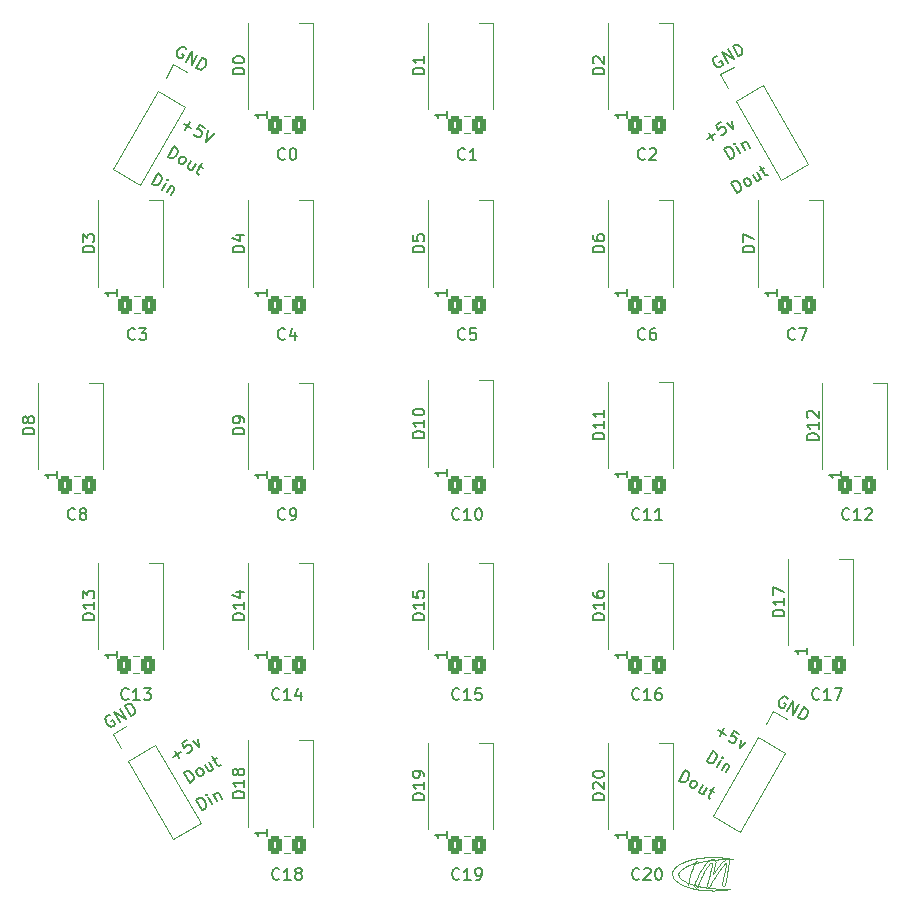
<source format=gto>
G04 #@! TF.GenerationSoftware,KiCad,Pcbnew,6.0.5-a6ca702e91~116~ubuntu22.04.1*
G04 #@! TF.CreationDate,2022-07-22T23:48:50-06:00*
G04 #@! TF.ProjectId,catan_board,63617461-6e5f-4626-9f61-72642e6b6963,rev?*
G04 #@! TF.SameCoordinates,Original*
G04 #@! TF.FileFunction,Legend,Top*
G04 #@! TF.FilePolarity,Positive*
%FSLAX46Y46*%
G04 Gerber Fmt 4.6, Leading zero omitted, Abs format (unit mm)*
G04 Created by KiCad (PCBNEW 6.0.5-a6ca702e91~116~ubuntu22.04.1) date 2022-07-22 23:48:50*
%MOMM*%
%LPD*%
G01*
G04 APERTURE LIST*
G04 Aperture macros list*
%AMRoundRect*
0 Rectangle with rounded corners*
0 $1 Rounding radius*
0 $2 $3 $4 $5 $6 $7 $8 $9 X,Y pos of 4 corners*
0 Add a 4 corners polygon primitive as box body*
4,1,4,$2,$3,$4,$5,$6,$7,$8,$9,$2,$3,0*
0 Add four circle primitives for the rounded corners*
1,1,$1+$1,$2,$3*
1,1,$1+$1,$4,$5*
1,1,$1+$1,$6,$7*
1,1,$1+$1,$8,$9*
0 Add four rect primitives between the rounded corners*
20,1,$1+$1,$2,$3,$4,$5,0*
20,1,$1+$1,$4,$5,$6,$7,0*
20,1,$1+$1,$6,$7,$8,$9,0*
20,1,$1+$1,$8,$9,$2,$3,0*%
%AMHorizOval*
0 Thick line with rounded ends*
0 $1 width*
0 $2 $3 position (X,Y) of the first rounded end (center of the circle)*
0 $4 $5 position (X,Y) of the second rounded end (center of the circle)*
0 Add line between two ends*
20,1,$1,$2,$3,$4,$5,0*
0 Add two circle primitives to create the rounded ends*
1,1,$1,$2,$3*
1,1,$1,$4,$5*%
%AMRotRect*
0 Rectangle, with rotation*
0 The origin of the aperture is its center*
0 $1 length*
0 $2 width*
0 $3 Rotation angle, in degrees counterclockwise*
0 Add horizontal line*
21,1,$1,$2,0,0,$3*%
G04 Aperture macros list end*
%ADD10C,0.125000*%
%ADD11C,0.150000*%
%ADD12C,0.120000*%
%ADD13RoundRect,0.250000X-0.337500X-0.475000X0.337500X-0.475000X0.337500X0.475000X-0.337500X0.475000X0*%
%ADD14R,1.000000X1.500000*%
%ADD15RotRect,1.700000X1.700000X330.000000*%
%ADD16HorizOval,1.700000X0.000000X0.000000X0.000000X0.000000X0*%
%ADD17RotRect,1.700000X1.700000X30.000000*%
%ADD18HorizOval,1.700000X0.000000X0.000000X0.000000X0.000000X0*%
G04 APERTURE END LIST*
D10*
X160685186Y-129442873D02*
X160663552Y-129571878D01*
X160641919Y-129699270D01*
X160543364Y-130266555D02*
X160528140Y-130327448D01*
X159328672Y-129090322D02*
X159354312Y-128978950D01*
X159207686Y-130524558D02*
X159121953Y-130572629D01*
X159508955Y-129961277D02*
X159439744Y-130072980D01*
X159391172Y-130155984D01*
X159000962Y-130361101D02*
X159016187Y-130290593D01*
X160857456Y-128372404D02*
X160847591Y-128500013D01*
X160846235Y-128508618D01*
X160565801Y-128609575D02*
X160556187Y-128583935D01*
X159541006Y-128218564D02*
X159627539Y-128277859D01*
X158073921Y-130633527D02*
X157953824Y-130591413D01*
X157951328Y-130588654D01*
X160882741Y-128227718D02*
X160727486Y-128228522D01*
X160573605Y-128230915D01*
X160421190Y-128234870D01*
X160270332Y-128240357D01*
X160121127Y-128247349D01*
X159973665Y-128255817D01*
X159828040Y-128265734D01*
X159684345Y-128277071D01*
X159542673Y-128289799D01*
X159403116Y-128303890D01*
X159311300Y-128314029D01*
X159429629Y-128197734D02*
X159541006Y-128218564D01*
X158914429Y-128555090D02*
X159002626Y-128465147D01*
X159005772Y-128462146D01*
X159511357Y-129492546D02*
X159578662Y-129392395D01*
X159391172Y-130155984D02*
X159338291Y-130271360D01*
X159779775Y-129555046D02*
X159707176Y-129662541D01*
X159642764Y-129757761D01*
X158130806Y-129832277D02*
X158186308Y-129710221D01*
X158240761Y-129597141D01*
X158287852Y-129503767D01*
X158343140Y-130155984D02*
X158297171Y-130277388D01*
X158252101Y-130399575D01*
X158208867Y-130519172D01*
X158198916Y-130546989D01*
X159111533Y-128366797D02*
X159212397Y-128289012D01*
X159222910Y-128281865D01*
X160727651Y-129187275D02*
X160706616Y-129314078D01*
X160685186Y-129442873D01*
X160118706Y-128641623D02*
X160189214Y-128555090D01*
X158005010Y-130143161D02*
X158052046Y-130019962D01*
X158100407Y-129902481D01*
X158130806Y-129832277D01*
X158465728Y-129179262D02*
X158535504Y-129063367D01*
X158606641Y-128952417D01*
X158654824Y-128881198D01*
X160565801Y-128742583D02*
X160573814Y-128702519D01*
X158988945Y-128859563D02*
X158917045Y-128965903D01*
X158863950Y-129051062D01*
X159060254Y-130561413D02*
X159020996Y-130531765D01*
X160281357Y-128450927D02*
X160370529Y-128360125D01*
X160387925Y-128343559D01*
X158456113Y-129869133D02*
X158406936Y-129992025D01*
X158358921Y-130115047D01*
X158343140Y-130155984D01*
X159509014Y-128051493D02*
X159680996Y-128053199D01*
X159850812Y-128058264D01*
X160018269Y-128066611D01*
X160183171Y-128078160D01*
X160345323Y-128092833D01*
X160504533Y-128110551D01*
X160660604Y-128131237D01*
X160813343Y-128154810D01*
X160962555Y-128181192D01*
X161108045Y-128210306D01*
X161202876Y-128231194D01*
X160882741Y-130765027D02*
X160898509Y-130765027D01*
X159121953Y-130572629D02*
X159060254Y-130561413D01*
X159254961Y-128578325D02*
X159155502Y-128660205D01*
X159121953Y-128694506D01*
X158654824Y-128881198D02*
X158733191Y-128772166D01*
X158810776Y-128672914D01*
X158846323Y-128630407D01*
X159578662Y-129392395D02*
X159649870Y-129289341D01*
X159676416Y-129251374D01*
X159906372Y-128926870D02*
X159980426Y-128825341D01*
X160011338Y-128783444D01*
X158863950Y-129051062D02*
X158799774Y-129161174D01*
X158753379Y-129245766D01*
X159410400Y-128625600D02*
X159403989Y-128559096D01*
X160363887Y-130494109D02*
X160315010Y-130477282D01*
X159020996Y-130531765D02*
X159000161Y-130488498D01*
X160556187Y-128583935D02*
X160457049Y-128668215D01*
X160401543Y-128722551D01*
X159627539Y-128277859D02*
X159683628Y-128370002D01*
X159005772Y-128462146D02*
X159101209Y-128375669D01*
X159111533Y-128366797D01*
X159683628Y-128370002D02*
X159703657Y-128487785D01*
X160528140Y-130327448D02*
X160497695Y-130402766D01*
X160851045Y-128289074D02*
X160857456Y-128372404D01*
X159699653Y-128542270D02*
X159689233Y-128598357D01*
X159162817Y-129724909D02*
X159197619Y-129595324D01*
X159230772Y-129471413D01*
X159243740Y-129422841D01*
X160766914Y-128953310D02*
X160745410Y-129080580D01*
X160727651Y-129187275D01*
X159689233Y-128598357D02*
X159511357Y-129492546D01*
X156559771Y-129496310D02*
X156582090Y-129626025D01*
X156647600Y-129751995D01*
X156754127Y-129873580D01*
X156899498Y-129990144D01*
X157081540Y-130101047D01*
X157298080Y-130205653D01*
X157418607Y-130255395D01*
X157546944Y-130303324D01*
X157682818Y-130349359D01*
X157825959Y-130393421D01*
X157976094Y-130435430D01*
X158132952Y-130475307D01*
X158296262Y-130512972D01*
X158465750Y-130548345D01*
X158641147Y-130581346D01*
X158822180Y-130611896D01*
X159008578Y-130639914D01*
X159200068Y-130665322D01*
X159396380Y-130688039D01*
X159597241Y-130707986D01*
X159802381Y-130725083D01*
X160011527Y-130739250D01*
X160224407Y-130750408D01*
X160440751Y-130758476D01*
X160660286Y-130763376D01*
X160882741Y-130765027D01*
X160501699Y-128249013D02*
X160611970Y-128182575D01*
X160615479Y-128180908D01*
X160846235Y-128508618D02*
X160820596Y-128633613D01*
X160244502Y-130379528D02*
X160232481Y-130325847D01*
X160820596Y-128633613D02*
X160798965Y-128761811D01*
X160189214Y-128555090D02*
X160271969Y-128461102D01*
X160281357Y-128450927D01*
X159016187Y-130290593D02*
X159046241Y-130167512D01*
X159077529Y-130045033D01*
X159086699Y-130010153D01*
X157359221Y-130442135D02*
X157387627Y-130298629D01*
X157422675Y-130137574D01*
X157453551Y-130005425D01*
X157490331Y-129857676D01*
X157532923Y-129697949D01*
X157581237Y-129529862D01*
X157635181Y-129357037D01*
X157694664Y-129183092D01*
X157759596Y-129011649D01*
X157829885Y-128846328D01*
X157905441Y-128690748D01*
X157986172Y-128548530D01*
X158071988Y-128423294D01*
X158116775Y-128368176D01*
X160234883Y-128910044D02*
X160156012Y-129009763D01*
X160077137Y-129115113D01*
X160066621Y-129129585D01*
X160798965Y-128761811D02*
X160777953Y-128888132D01*
X160766914Y-128953310D01*
X157912065Y-130478083D02*
X157920078Y-130413982D01*
X160577017Y-128668867D02*
X160573013Y-128636816D01*
X160641919Y-129699270D02*
X160619830Y-129829040D01*
X160601856Y-129935637D01*
X159331880Y-128220969D02*
X159429629Y-128197734D01*
X157951328Y-130588654D02*
X157912065Y-130478083D01*
X158287852Y-129503767D02*
X158347539Y-129390235D01*
X158408753Y-129278781D01*
X158465728Y-129179262D01*
X159790190Y-129089521D02*
X159863359Y-128986553D01*
X159906372Y-128926870D01*
X159311300Y-128314029D02*
X159244332Y-128321977D01*
X160011338Y-128783444D02*
X160087937Y-128681009D01*
X160089858Y-128678481D01*
X160568203Y-130131945D02*
X160545215Y-130257202D01*
X160543364Y-130266555D01*
X160573814Y-128702519D02*
X160577017Y-128668867D01*
X158665239Y-129418835D02*
X158642002Y-129462902D01*
X158541045Y-129670427D02*
X158488198Y-129791430D01*
X158456113Y-129869133D01*
X159403989Y-128559096D02*
X159379951Y-128534257D01*
X160444815Y-130466867D02*
X160363887Y-130494109D01*
X160387925Y-128343559D02*
X160483710Y-128262312D01*
X160501699Y-128249013D01*
X159509014Y-130883006D02*
X159330321Y-130881163D01*
X159153974Y-130875696D01*
X158980191Y-130866693D01*
X158809191Y-130854242D01*
X158641192Y-130838433D01*
X158476412Y-130819355D01*
X158315068Y-130797097D01*
X158157380Y-130771747D01*
X158003565Y-130743395D01*
X157853841Y-130712130D01*
X157708427Y-130678040D01*
X157567541Y-130641215D01*
X157431400Y-130601743D01*
X157300224Y-130559714D01*
X157174230Y-130515215D01*
X157053637Y-130468338D01*
X156938661Y-130419169D01*
X156726439Y-130314316D01*
X156539310Y-130201368D01*
X156379017Y-130081035D01*
X156247307Y-129954031D01*
X156145925Y-129821067D01*
X156076616Y-129682854D01*
X156041125Y-129540104D01*
X156036607Y-129467250D01*
X159703657Y-128487785D02*
X159699653Y-128542270D01*
X158601943Y-129541423D02*
X158547706Y-129655953D01*
X158541045Y-129670427D01*
X159354312Y-128978950D02*
X159381558Y-128853955D01*
X159086699Y-130010153D02*
X159119399Y-129886939D01*
X159153034Y-129761268D01*
X159162817Y-129724909D01*
X159278193Y-130409177D02*
X159212371Y-130518473D01*
X159207686Y-130524558D01*
X160497695Y-130402766D02*
X160444815Y-130466867D01*
X156036607Y-129467250D02*
X156054534Y-129322497D01*
X156107152Y-129181927D01*
X156192716Y-129046249D01*
X156309480Y-128916175D01*
X156455700Y-128792418D01*
X156629629Y-128675688D01*
X156829523Y-128566699D01*
X157053637Y-128466160D01*
X157174230Y-128419282D01*
X157300224Y-128374784D01*
X157431400Y-128332755D01*
X157567541Y-128293283D01*
X157708427Y-128256458D01*
X157853841Y-128222368D01*
X158003565Y-128191102D01*
X158157380Y-128162750D01*
X158315068Y-128137401D01*
X158476412Y-128115143D01*
X158641192Y-128096065D01*
X158809191Y-128080256D01*
X158980191Y-128067805D01*
X159153974Y-128058802D01*
X159330321Y-128053335D01*
X159509014Y-128051493D01*
X161202876Y-128231194D02*
X161073598Y-128228925D01*
X160943235Y-128227836D01*
X160882741Y-128227718D01*
X159907173Y-129362749D02*
X159837674Y-129468549D01*
X159779775Y-129555046D01*
X159676416Y-129251374D02*
X159749987Y-129146606D01*
X159790190Y-129089521D01*
X159000161Y-130488498D02*
X158993750Y-130434817D01*
X160828608Y-128219367D02*
X160851045Y-128289074D01*
X160615479Y-128180908D02*
X160722847Y-128154465D01*
X158846323Y-128630407D02*
X158914429Y-128555090D01*
X159222910Y-128281865D02*
X159331880Y-128220969D01*
X159642764Y-129757761D02*
X159570676Y-129865889D01*
X159508955Y-129961277D01*
X159244332Y-128321977D02*
X159098044Y-128340513D01*
X158954604Y-128360567D01*
X158814128Y-128382103D01*
X158676735Y-128405087D01*
X158542543Y-128429484D01*
X158411669Y-128455260D01*
X158284231Y-128482380D01*
X158160347Y-128510810D01*
X157923713Y-128571461D01*
X157702710Y-128636937D01*
X157498279Y-128706962D01*
X157311365Y-128781259D01*
X157142910Y-128859553D01*
X156993856Y-128941567D01*
X156865148Y-129027025D01*
X156757726Y-129115650D01*
X156672535Y-129207168D01*
X156588492Y-129349262D01*
X156559771Y-129496310D01*
X160573013Y-128636816D02*
X160565801Y-128609575D01*
X160273345Y-130434817D02*
X160244502Y-130379528D01*
X160401543Y-128722551D02*
X160313399Y-128817366D01*
X160234883Y-128910044D01*
X158148438Y-130609489D02*
X158073921Y-130633527D01*
X160722847Y-128154465D02*
X160786943Y-128172092D01*
X158642002Y-129462902D02*
X158601943Y-129541423D01*
X160066621Y-129129585D02*
X159989683Y-129238692D01*
X159916621Y-129348131D01*
X159907173Y-129362749D01*
X159379951Y-128534257D02*
X159259059Y-128575614D01*
X159254961Y-128578325D01*
X158198916Y-130546989D02*
X158148438Y-130609489D01*
X159338291Y-130271360D02*
X159288316Y-130388066D01*
X159278193Y-130409177D01*
X160601856Y-129935637D02*
X160580066Y-130063777D01*
X160568203Y-130131945D01*
X157920078Y-130413982D02*
X157956527Y-130285388D01*
X157998292Y-130161683D01*
X158005010Y-130143161D01*
X160089858Y-128678481D02*
X160118706Y-128641623D01*
X158993750Y-130434817D02*
X159000962Y-130361101D01*
X158753379Y-129245766D02*
X158694904Y-129358441D01*
X158665239Y-129418835D01*
X159243740Y-129422841D02*
X159277854Y-129292592D01*
X159309819Y-129166490D01*
X159328672Y-129090322D01*
X160315010Y-130477282D02*
X160273345Y-130434817D01*
X159402388Y-128731364D02*
X159410400Y-128625600D01*
X160898509Y-130765027D02*
X160736891Y-130791881D01*
X160613094Y-130809886D01*
X160487193Y-130826013D01*
X160359286Y-130840222D01*
X160229472Y-130852471D01*
X160097850Y-130862719D01*
X159964520Y-130870925D01*
X159829579Y-130877049D01*
X159693128Y-130881048D01*
X159555265Y-130882882D01*
X159509014Y-130883006D01*
X159381558Y-128853955D02*
X159402388Y-128731364D01*
X160786943Y-128172092D02*
X160828608Y-128219367D01*
X159121953Y-128694506D02*
X159038443Y-128792792D01*
X158988945Y-128859563D01*
X160232481Y-130325847D02*
X160565801Y-128742583D01*
D11*
X116241404Y-124057963D02*
X115741404Y-123191938D01*
X115947600Y-123072890D01*
X116095128Y-123042701D01*
X116225225Y-123077561D01*
X116314084Y-123136230D01*
X116450561Y-123277377D01*
X116521990Y-123401095D01*
X116575989Y-123589862D01*
X116582368Y-123696150D01*
X116547509Y-123826248D01*
X116447600Y-123938916D01*
X116241404Y-124057963D01*
X117107429Y-123557963D02*
X116774096Y-122980613D01*
X116607429Y-122691938D02*
X116590000Y-122756987D01*
X116655048Y-122774417D01*
X116672478Y-122709368D01*
X116607429Y-122691938D01*
X116655048Y-122774417D01*
X117186489Y-122742518D02*
X117519822Y-123319868D01*
X117234108Y-122824996D02*
X117251538Y-122759948D01*
X117310207Y-122671089D01*
X117433925Y-122599661D01*
X117540213Y-122593281D01*
X117629071Y-122651950D01*
X117890976Y-123105582D01*
X115173391Y-121767963D02*
X114673391Y-120901938D01*
X114879588Y-120782890D01*
X115027115Y-120752701D01*
X115157213Y-120787561D01*
X115246071Y-120846230D01*
X115382549Y-120987377D01*
X115453977Y-121111095D01*
X115507976Y-121299862D01*
X115514356Y-121406150D01*
X115479496Y-121536248D01*
X115379588Y-121648916D01*
X115173391Y-121767963D01*
X116163134Y-121196535D02*
X116056846Y-121202915D01*
X115991798Y-121185485D01*
X115902939Y-121126816D01*
X115760082Y-120879380D01*
X115753702Y-120773092D01*
X115771132Y-120708043D01*
X115829801Y-120619185D01*
X115953519Y-120547756D01*
X116059807Y-120541376D01*
X116124856Y-120558806D01*
X116213714Y-120617475D01*
X116356572Y-120864911D01*
X116362951Y-120971199D01*
X116345521Y-121036248D01*
X116286852Y-121125106D01*
X116163134Y-121196535D01*
X116860784Y-120023946D02*
X117194117Y-120601297D01*
X116489630Y-120238232D02*
X116751535Y-120691865D01*
X116840393Y-120750534D01*
X116946681Y-120744154D01*
X117070399Y-120672725D01*
X117129068Y-120583867D01*
X117146498Y-120518818D01*
X117149459Y-119857280D02*
X117479373Y-119666804D01*
X117106510Y-119497176D02*
X117535082Y-120239484D01*
X117623940Y-120298153D01*
X117730228Y-120291773D01*
X117812707Y-120244154D01*
X158983492Y-67228906D02*
X159643321Y-66847954D01*
X159503882Y-67368344D02*
X159122930Y-66708515D01*
X160158583Y-65835652D02*
X159746190Y-66073747D01*
X159943046Y-66509950D01*
X159960476Y-66444901D01*
X160019145Y-66356043D01*
X160225341Y-66236995D01*
X160331629Y-66230616D01*
X160396678Y-66248045D01*
X160485537Y-66306714D01*
X160604584Y-66512911D01*
X160610964Y-66619199D01*
X160593534Y-66684248D01*
X160534865Y-66773106D01*
X160328669Y-66892154D01*
X160222380Y-66898534D01*
X160157332Y-66881104D01*
X160655164Y-65933851D02*
X161194694Y-66392154D01*
X161067557Y-65695756D01*
X161528391Y-71809481D02*
X161028391Y-70943456D01*
X161234588Y-70824408D01*
X161382115Y-70794219D01*
X161512213Y-70829079D01*
X161601071Y-70887748D01*
X161737549Y-71028895D01*
X161808977Y-71152613D01*
X161862976Y-71341380D01*
X161869356Y-71447668D01*
X161834496Y-71577766D01*
X161734588Y-71690434D01*
X161528391Y-71809481D01*
X162518134Y-71238053D02*
X162411846Y-71244433D01*
X162346798Y-71227003D01*
X162257939Y-71168334D01*
X162115082Y-70920898D01*
X162108702Y-70814610D01*
X162126132Y-70749561D01*
X162184801Y-70660703D01*
X162308519Y-70589274D01*
X162414807Y-70582894D01*
X162479856Y-70600324D01*
X162568714Y-70658993D01*
X162711572Y-70906429D01*
X162717951Y-71012717D01*
X162700521Y-71077766D01*
X162641852Y-71166624D01*
X162518134Y-71238053D01*
X163215784Y-70065464D02*
X163549117Y-70642815D01*
X162844630Y-70279750D02*
X163106535Y-70733383D01*
X163195393Y-70792052D01*
X163301681Y-70785672D01*
X163425399Y-70714243D01*
X163484068Y-70625385D01*
X163501498Y-70560336D01*
X163504459Y-69898798D02*
X163834373Y-69708322D01*
X163461510Y-69538694D02*
X163890082Y-70281002D01*
X163978940Y-70339671D01*
X164085228Y-70333291D01*
X164167707Y-70285672D01*
X160945404Y-68939963D02*
X160445404Y-68073938D01*
X160651600Y-67954890D01*
X160799128Y-67924701D01*
X160929225Y-67959561D01*
X161018084Y-68018230D01*
X161154561Y-68159377D01*
X161225990Y-68283095D01*
X161279989Y-68471862D01*
X161286368Y-68578150D01*
X161251509Y-68708248D01*
X161151600Y-68820916D01*
X160945404Y-68939963D01*
X161811429Y-68439963D02*
X161478096Y-67862613D01*
X161311429Y-67573938D02*
X161294000Y-67638987D01*
X161359048Y-67656417D01*
X161376478Y-67591368D01*
X161311429Y-67573938D01*
X161359048Y-67656417D01*
X161890489Y-67624518D02*
X162223822Y-68201868D01*
X161938108Y-67706996D02*
X161955538Y-67641948D01*
X162014207Y-67553089D01*
X162137925Y-67481661D01*
X162244213Y-67475281D01*
X162333071Y-67533950D01*
X162594976Y-67987582D01*
X113324010Y-68753582D02*
X113824010Y-67887557D01*
X114030207Y-68006605D01*
X114130115Y-68119273D01*
X114164975Y-68249370D01*
X114158595Y-68355658D01*
X114104596Y-68544425D01*
X114033168Y-68668143D01*
X113896690Y-68809291D01*
X113807832Y-68867960D01*
X113677734Y-68902819D01*
X113530207Y-68872630D01*
X113324010Y-68753582D01*
X114313754Y-69325011D02*
X114255084Y-69236153D01*
X114237655Y-69171104D01*
X114244034Y-69064816D01*
X114386892Y-68817380D01*
X114475750Y-68758711D01*
X114540799Y-68741281D01*
X114647087Y-68747661D01*
X114770805Y-68819089D01*
X114829474Y-68907948D01*
X114846904Y-68972996D01*
X114840524Y-69079285D01*
X114697667Y-69326720D01*
X114608808Y-69385390D01*
X114543760Y-69402819D01*
X114437471Y-69396440D01*
X114313754Y-69325011D01*
X115678069Y-69342899D02*
X115344736Y-69920249D01*
X115306916Y-69128613D02*
X115045011Y-69582245D01*
X115038631Y-69688534D01*
X115097300Y-69777392D01*
X115221018Y-69848821D01*
X115327306Y-69855200D01*
X115392355Y-69837770D01*
X115966745Y-69509565D02*
X116296659Y-69700042D01*
X116257129Y-69292319D02*
X115828558Y-70034626D01*
X115822178Y-70140915D01*
X115880847Y-70229773D01*
X115963326Y-70277392D01*
X158969023Y-119930582D02*
X159469023Y-119064557D01*
X159675219Y-119183605D01*
X159775128Y-119296273D01*
X159809987Y-119426370D01*
X159803608Y-119532658D01*
X159749609Y-119721425D01*
X159678180Y-119845143D01*
X159541703Y-119986291D01*
X159452845Y-120044960D01*
X159322747Y-120079819D01*
X159175219Y-120049630D01*
X158969023Y-119930582D01*
X159835048Y-120430582D02*
X160168382Y-119853232D01*
X160335048Y-119564557D02*
X160270000Y-119581987D01*
X160287429Y-119647036D01*
X160352478Y-119629606D01*
X160335048Y-119564557D01*
X160287429Y-119647036D01*
X160580775Y-120091327D02*
X160247441Y-120668678D01*
X160533156Y-120173806D02*
X160598204Y-120156376D01*
X160704493Y-120162756D01*
X160828211Y-120234185D01*
X160886880Y-120323043D01*
X160880500Y-120429331D01*
X160618595Y-120882963D01*
X111979023Y-71035582D02*
X112479023Y-70169557D01*
X112685219Y-70288605D01*
X112785128Y-70401273D01*
X112819987Y-70531370D01*
X112813608Y-70637658D01*
X112759609Y-70826425D01*
X112688180Y-70950143D01*
X112551703Y-71091291D01*
X112462845Y-71149960D01*
X112332747Y-71184819D01*
X112185219Y-71154630D01*
X111979023Y-71035582D01*
X112845048Y-71535582D02*
X113178382Y-70958232D01*
X113345048Y-70669557D02*
X113280000Y-70686987D01*
X113297429Y-70752036D01*
X113362478Y-70734606D01*
X113345048Y-70669557D01*
X113297429Y-70752036D01*
X113590775Y-71196327D02*
X113257441Y-71773678D01*
X113543156Y-71278806D02*
X113608204Y-71261376D01*
X113714493Y-71267756D01*
X113838211Y-71339185D01*
X113896880Y-71428043D01*
X113890500Y-71534331D01*
X113628595Y-71987963D01*
X114674824Y-65967001D02*
X115334653Y-66347954D01*
X114814262Y-66487392D02*
X115195215Y-65827563D01*
X116468963Y-66288033D02*
X116056570Y-66049938D01*
X115777235Y-66438521D01*
X115842284Y-66421092D01*
X115948572Y-66427471D01*
X116154769Y-66546519D01*
X116213438Y-66635377D01*
X116230868Y-66700426D01*
X116224488Y-66806714D01*
X116105440Y-67012911D01*
X116016582Y-67071580D01*
X115951533Y-67089010D01*
X115845245Y-67082630D01*
X115639048Y-66963582D01*
X115580379Y-66874724D01*
X115562949Y-66809675D01*
X116757638Y-66454700D02*
X116546313Y-67487392D01*
X117334988Y-66788033D01*
X159928063Y-117298811D02*
X160587892Y-117679763D01*
X160067502Y-117819201D02*
X160448454Y-117159373D01*
X161722202Y-117619843D02*
X161309809Y-117381747D01*
X161030474Y-117770331D01*
X161095523Y-117752901D01*
X161201811Y-117759281D01*
X161408008Y-117878329D01*
X161466677Y-117967187D01*
X161484107Y-118032236D01*
X161477727Y-118138524D01*
X161358679Y-118344720D01*
X161269821Y-118403390D01*
X161204772Y-118420819D01*
X161098484Y-118414440D01*
X160892288Y-118295392D01*
X160833619Y-118206534D01*
X160816189Y-118141485D01*
X161885450Y-118098994D02*
X161758313Y-118795392D01*
X162297843Y-118337089D01*
X156631010Y-121585582D02*
X157131010Y-120719557D01*
X157337207Y-120838605D01*
X157437115Y-120951273D01*
X157471975Y-121081370D01*
X157465595Y-121187658D01*
X157411596Y-121376425D01*
X157340168Y-121500143D01*
X157203690Y-121641291D01*
X157114832Y-121699960D01*
X156984734Y-121734819D01*
X156837207Y-121704630D01*
X156631010Y-121585582D01*
X157620754Y-122157011D02*
X157562084Y-122068153D01*
X157544655Y-122003104D01*
X157551034Y-121896816D01*
X157693892Y-121649380D01*
X157782750Y-121590711D01*
X157847799Y-121573281D01*
X157954087Y-121579661D01*
X158077805Y-121651089D01*
X158136474Y-121739948D01*
X158153904Y-121804996D01*
X158147524Y-121911285D01*
X158004667Y-122158720D01*
X157915808Y-122217390D01*
X157850760Y-122234819D01*
X157744471Y-122228440D01*
X157620754Y-122157011D01*
X158985069Y-122174899D02*
X158651736Y-122752249D01*
X158613916Y-121960613D02*
X158352011Y-122414245D01*
X158345631Y-122520534D01*
X158404300Y-122609392D01*
X158528018Y-122680821D01*
X158634306Y-122687200D01*
X158699355Y-122669770D01*
X159273745Y-122341565D02*
X159603659Y-122532042D01*
X159564129Y-122124319D02*
X159135558Y-122866626D01*
X159129178Y-122972915D01*
X159187847Y-123061773D01*
X159270326Y-123109392D01*
X113771492Y-119552906D02*
X114431321Y-119171954D01*
X114291882Y-119692344D02*
X113910930Y-119032515D01*
X114946583Y-118159652D02*
X114534190Y-118397747D01*
X114731046Y-118833950D01*
X114748476Y-118768901D01*
X114807145Y-118680043D01*
X115013341Y-118560995D01*
X115119629Y-118554616D01*
X115184678Y-118572045D01*
X115273537Y-118630714D01*
X115392584Y-118836911D01*
X115398964Y-118943199D01*
X115381534Y-119008248D01*
X115322865Y-119097106D01*
X115116669Y-119216154D01*
X115010380Y-119222534D01*
X114945332Y-119205104D01*
X115443164Y-118257851D02*
X115982694Y-118716154D01*
X115855557Y-118019756D01*
X138495833Y-68937142D02*
X138448214Y-68984761D01*
X138305357Y-69032380D01*
X138210119Y-69032380D01*
X138067261Y-68984761D01*
X137972023Y-68889523D01*
X137924404Y-68794285D01*
X137876785Y-68603809D01*
X137876785Y-68460952D01*
X137924404Y-68270476D01*
X137972023Y-68175238D01*
X138067261Y-68080000D01*
X138210119Y-68032380D01*
X138305357Y-68032380D01*
X138448214Y-68080000D01*
X138495833Y-68127619D01*
X139448214Y-69032380D02*
X138876785Y-69032380D01*
X139162500Y-69032380D02*
X139162500Y-68032380D01*
X139067261Y-68175238D01*
X138972023Y-68270476D01*
X138876785Y-68318095D01*
X153735833Y-68937142D02*
X153688214Y-68984761D01*
X153545357Y-69032380D01*
X153450119Y-69032380D01*
X153307261Y-68984761D01*
X153212023Y-68889523D01*
X153164404Y-68794285D01*
X153116785Y-68603809D01*
X153116785Y-68460952D01*
X153164404Y-68270476D01*
X153212023Y-68175238D01*
X153307261Y-68080000D01*
X153450119Y-68032380D01*
X153545357Y-68032380D01*
X153688214Y-68080000D01*
X153735833Y-68127619D01*
X154116785Y-68127619D02*
X154164404Y-68080000D01*
X154259642Y-68032380D01*
X154497738Y-68032380D01*
X154592976Y-68080000D01*
X154640595Y-68127619D01*
X154688214Y-68222857D01*
X154688214Y-68318095D01*
X154640595Y-68460952D01*
X154069166Y-69032380D01*
X154688214Y-69032380D01*
X110555833Y-84177142D02*
X110508214Y-84224761D01*
X110365357Y-84272380D01*
X110270119Y-84272380D01*
X110127261Y-84224761D01*
X110032023Y-84129523D01*
X109984404Y-84034285D01*
X109936785Y-83843809D01*
X109936785Y-83700952D01*
X109984404Y-83510476D01*
X110032023Y-83415238D01*
X110127261Y-83320000D01*
X110270119Y-83272380D01*
X110365357Y-83272380D01*
X110508214Y-83320000D01*
X110555833Y-83367619D01*
X110889166Y-83272380D02*
X111508214Y-83272380D01*
X111174880Y-83653333D01*
X111317738Y-83653333D01*
X111412976Y-83700952D01*
X111460595Y-83748571D01*
X111508214Y-83843809D01*
X111508214Y-84081904D01*
X111460595Y-84177142D01*
X111412976Y-84224761D01*
X111317738Y-84272380D01*
X111032023Y-84272380D01*
X110936785Y-84224761D01*
X110889166Y-84177142D01*
X123255833Y-84177142D02*
X123208214Y-84224761D01*
X123065357Y-84272380D01*
X122970119Y-84272380D01*
X122827261Y-84224761D01*
X122732023Y-84129523D01*
X122684404Y-84034285D01*
X122636785Y-83843809D01*
X122636785Y-83700952D01*
X122684404Y-83510476D01*
X122732023Y-83415238D01*
X122827261Y-83320000D01*
X122970119Y-83272380D01*
X123065357Y-83272380D01*
X123208214Y-83320000D01*
X123255833Y-83367619D01*
X124112976Y-83605714D02*
X124112976Y-84272380D01*
X123874880Y-83224761D02*
X123636785Y-83939047D01*
X124255833Y-83939047D01*
X138495833Y-84177142D02*
X138448214Y-84224761D01*
X138305357Y-84272380D01*
X138210119Y-84272380D01*
X138067261Y-84224761D01*
X137972023Y-84129523D01*
X137924404Y-84034285D01*
X137876785Y-83843809D01*
X137876785Y-83700952D01*
X137924404Y-83510476D01*
X137972023Y-83415238D01*
X138067261Y-83320000D01*
X138210119Y-83272380D01*
X138305357Y-83272380D01*
X138448214Y-83320000D01*
X138495833Y-83367619D01*
X139400595Y-83272380D02*
X138924404Y-83272380D01*
X138876785Y-83748571D01*
X138924404Y-83700952D01*
X139019642Y-83653333D01*
X139257738Y-83653333D01*
X139352976Y-83700952D01*
X139400595Y-83748571D01*
X139448214Y-83843809D01*
X139448214Y-84081904D01*
X139400595Y-84177142D01*
X139352976Y-84224761D01*
X139257738Y-84272380D01*
X139019642Y-84272380D01*
X138924404Y-84224761D01*
X138876785Y-84177142D01*
X153735833Y-84177142D02*
X153688214Y-84224761D01*
X153545357Y-84272380D01*
X153450119Y-84272380D01*
X153307261Y-84224761D01*
X153212023Y-84129523D01*
X153164404Y-84034285D01*
X153116785Y-83843809D01*
X153116785Y-83700952D01*
X153164404Y-83510476D01*
X153212023Y-83415238D01*
X153307261Y-83320000D01*
X153450119Y-83272380D01*
X153545357Y-83272380D01*
X153688214Y-83320000D01*
X153735833Y-83367619D01*
X154592976Y-83272380D02*
X154402500Y-83272380D01*
X154307261Y-83320000D01*
X154259642Y-83367619D01*
X154164404Y-83510476D01*
X154116785Y-83700952D01*
X154116785Y-84081904D01*
X154164404Y-84177142D01*
X154212023Y-84224761D01*
X154307261Y-84272380D01*
X154497738Y-84272380D01*
X154592976Y-84224761D01*
X154640595Y-84177142D01*
X154688214Y-84081904D01*
X154688214Y-83843809D01*
X154640595Y-83748571D01*
X154592976Y-83700952D01*
X154497738Y-83653333D01*
X154307261Y-83653333D01*
X154212023Y-83700952D01*
X154164404Y-83748571D01*
X154116785Y-83843809D01*
X166435833Y-84177142D02*
X166388214Y-84224761D01*
X166245357Y-84272380D01*
X166150119Y-84272380D01*
X166007261Y-84224761D01*
X165912023Y-84129523D01*
X165864404Y-84034285D01*
X165816785Y-83843809D01*
X165816785Y-83700952D01*
X165864404Y-83510476D01*
X165912023Y-83415238D01*
X166007261Y-83320000D01*
X166150119Y-83272380D01*
X166245357Y-83272380D01*
X166388214Y-83320000D01*
X166435833Y-83367619D01*
X166769166Y-83272380D02*
X167435833Y-83272380D01*
X167007261Y-84272380D01*
X105475833Y-99417142D02*
X105428214Y-99464761D01*
X105285357Y-99512380D01*
X105190119Y-99512380D01*
X105047261Y-99464761D01*
X104952023Y-99369523D01*
X104904404Y-99274285D01*
X104856785Y-99083809D01*
X104856785Y-98940952D01*
X104904404Y-98750476D01*
X104952023Y-98655238D01*
X105047261Y-98560000D01*
X105190119Y-98512380D01*
X105285357Y-98512380D01*
X105428214Y-98560000D01*
X105475833Y-98607619D01*
X106047261Y-98940952D02*
X105952023Y-98893333D01*
X105904404Y-98845714D01*
X105856785Y-98750476D01*
X105856785Y-98702857D01*
X105904404Y-98607619D01*
X105952023Y-98560000D01*
X106047261Y-98512380D01*
X106237738Y-98512380D01*
X106332976Y-98560000D01*
X106380595Y-98607619D01*
X106428214Y-98702857D01*
X106428214Y-98750476D01*
X106380595Y-98845714D01*
X106332976Y-98893333D01*
X106237738Y-98940952D01*
X106047261Y-98940952D01*
X105952023Y-98988571D01*
X105904404Y-99036190D01*
X105856785Y-99131428D01*
X105856785Y-99321904D01*
X105904404Y-99417142D01*
X105952023Y-99464761D01*
X106047261Y-99512380D01*
X106237738Y-99512380D01*
X106332976Y-99464761D01*
X106380595Y-99417142D01*
X106428214Y-99321904D01*
X106428214Y-99131428D01*
X106380595Y-99036190D01*
X106332976Y-98988571D01*
X106237738Y-98940952D01*
X123255833Y-99417142D02*
X123208214Y-99464761D01*
X123065357Y-99512380D01*
X122970119Y-99512380D01*
X122827261Y-99464761D01*
X122732023Y-99369523D01*
X122684404Y-99274285D01*
X122636785Y-99083809D01*
X122636785Y-98940952D01*
X122684404Y-98750476D01*
X122732023Y-98655238D01*
X122827261Y-98560000D01*
X122970119Y-98512380D01*
X123065357Y-98512380D01*
X123208214Y-98560000D01*
X123255833Y-98607619D01*
X123732023Y-99512380D02*
X123922500Y-99512380D01*
X124017738Y-99464761D01*
X124065357Y-99417142D01*
X124160595Y-99274285D01*
X124208214Y-99083809D01*
X124208214Y-98702857D01*
X124160595Y-98607619D01*
X124112976Y-98560000D01*
X124017738Y-98512380D01*
X123827261Y-98512380D01*
X123732023Y-98560000D01*
X123684404Y-98607619D01*
X123636785Y-98702857D01*
X123636785Y-98940952D01*
X123684404Y-99036190D01*
X123732023Y-99083809D01*
X123827261Y-99131428D01*
X124017738Y-99131428D01*
X124112976Y-99083809D01*
X124160595Y-99036190D01*
X124208214Y-98940952D01*
X138019642Y-99417142D02*
X137972023Y-99464761D01*
X137829166Y-99512380D01*
X137733928Y-99512380D01*
X137591071Y-99464761D01*
X137495833Y-99369523D01*
X137448214Y-99274285D01*
X137400595Y-99083809D01*
X137400595Y-98940952D01*
X137448214Y-98750476D01*
X137495833Y-98655238D01*
X137591071Y-98560000D01*
X137733928Y-98512380D01*
X137829166Y-98512380D01*
X137972023Y-98560000D01*
X138019642Y-98607619D01*
X138972023Y-99512380D02*
X138400595Y-99512380D01*
X138686309Y-99512380D02*
X138686309Y-98512380D01*
X138591071Y-98655238D01*
X138495833Y-98750476D01*
X138400595Y-98798095D01*
X139591071Y-98512380D02*
X139686309Y-98512380D01*
X139781547Y-98560000D01*
X139829166Y-98607619D01*
X139876785Y-98702857D01*
X139924404Y-98893333D01*
X139924404Y-99131428D01*
X139876785Y-99321904D01*
X139829166Y-99417142D01*
X139781547Y-99464761D01*
X139686309Y-99512380D01*
X139591071Y-99512380D01*
X139495833Y-99464761D01*
X139448214Y-99417142D01*
X139400595Y-99321904D01*
X139352976Y-99131428D01*
X139352976Y-98893333D01*
X139400595Y-98702857D01*
X139448214Y-98607619D01*
X139495833Y-98560000D01*
X139591071Y-98512380D01*
X153259642Y-99417142D02*
X153212023Y-99464761D01*
X153069166Y-99512380D01*
X152973928Y-99512380D01*
X152831071Y-99464761D01*
X152735833Y-99369523D01*
X152688214Y-99274285D01*
X152640595Y-99083809D01*
X152640595Y-98940952D01*
X152688214Y-98750476D01*
X152735833Y-98655238D01*
X152831071Y-98560000D01*
X152973928Y-98512380D01*
X153069166Y-98512380D01*
X153212023Y-98560000D01*
X153259642Y-98607619D01*
X154212023Y-99512380D02*
X153640595Y-99512380D01*
X153926309Y-99512380D02*
X153926309Y-98512380D01*
X153831071Y-98655238D01*
X153735833Y-98750476D01*
X153640595Y-98798095D01*
X155164404Y-99512380D02*
X154592976Y-99512380D01*
X154878690Y-99512380D02*
X154878690Y-98512380D01*
X154783452Y-98655238D01*
X154688214Y-98750476D01*
X154592976Y-98798095D01*
X110003442Y-114657142D02*
X109955823Y-114704761D01*
X109812966Y-114752380D01*
X109717728Y-114752380D01*
X109574871Y-114704761D01*
X109479633Y-114609523D01*
X109432014Y-114514285D01*
X109384395Y-114323809D01*
X109384395Y-114180952D01*
X109432014Y-113990476D01*
X109479633Y-113895238D01*
X109574871Y-113800000D01*
X109717728Y-113752380D01*
X109812966Y-113752380D01*
X109955823Y-113800000D01*
X110003442Y-113847619D01*
X110955823Y-114752380D02*
X110384395Y-114752380D01*
X110670109Y-114752380D02*
X110670109Y-113752380D01*
X110574871Y-113895238D01*
X110479633Y-113990476D01*
X110384395Y-114038095D01*
X111289157Y-113752380D02*
X111908204Y-113752380D01*
X111574871Y-114133333D01*
X111717728Y-114133333D01*
X111812966Y-114180952D01*
X111860585Y-114228571D01*
X111908204Y-114323809D01*
X111908204Y-114561904D01*
X111860585Y-114657142D01*
X111812966Y-114704761D01*
X111717728Y-114752380D01*
X111432014Y-114752380D01*
X111336776Y-114704761D01*
X111289157Y-114657142D01*
X138019642Y-114657142D02*
X137972023Y-114704761D01*
X137829166Y-114752380D01*
X137733928Y-114752380D01*
X137591071Y-114704761D01*
X137495833Y-114609523D01*
X137448214Y-114514285D01*
X137400595Y-114323809D01*
X137400595Y-114180952D01*
X137448214Y-113990476D01*
X137495833Y-113895238D01*
X137591071Y-113800000D01*
X137733928Y-113752380D01*
X137829166Y-113752380D01*
X137972023Y-113800000D01*
X138019642Y-113847619D01*
X138972023Y-114752380D02*
X138400595Y-114752380D01*
X138686309Y-114752380D02*
X138686309Y-113752380D01*
X138591071Y-113895238D01*
X138495833Y-113990476D01*
X138400595Y-114038095D01*
X139876785Y-113752380D02*
X139400595Y-113752380D01*
X139352976Y-114228571D01*
X139400595Y-114180952D01*
X139495833Y-114133333D01*
X139733928Y-114133333D01*
X139829166Y-114180952D01*
X139876785Y-114228571D01*
X139924404Y-114323809D01*
X139924404Y-114561904D01*
X139876785Y-114657142D01*
X139829166Y-114704761D01*
X139733928Y-114752380D01*
X139495833Y-114752380D01*
X139400595Y-114704761D01*
X139352976Y-114657142D01*
X153259642Y-114657142D02*
X153212023Y-114704761D01*
X153069166Y-114752380D01*
X152973928Y-114752380D01*
X152831071Y-114704761D01*
X152735833Y-114609523D01*
X152688214Y-114514285D01*
X152640595Y-114323809D01*
X152640595Y-114180952D01*
X152688214Y-113990476D01*
X152735833Y-113895238D01*
X152831071Y-113800000D01*
X152973928Y-113752380D01*
X153069166Y-113752380D01*
X153212023Y-113800000D01*
X153259642Y-113847619D01*
X154212023Y-114752380D02*
X153640595Y-114752380D01*
X153926309Y-114752380D02*
X153926309Y-113752380D01*
X153831071Y-113895238D01*
X153735833Y-113990476D01*
X153640595Y-114038095D01*
X155069166Y-113752380D02*
X154878690Y-113752380D01*
X154783452Y-113800000D01*
X154735833Y-113847619D01*
X154640595Y-113990476D01*
X154592976Y-114180952D01*
X154592976Y-114561904D01*
X154640595Y-114657142D01*
X154688214Y-114704761D01*
X154783452Y-114752380D01*
X154973928Y-114752380D01*
X155069166Y-114704761D01*
X155116785Y-114657142D01*
X155164404Y-114561904D01*
X155164404Y-114323809D01*
X155116785Y-114228571D01*
X155069166Y-114180952D01*
X154973928Y-114133333D01*
X154783452Y-114133333D01*
X154688214Y-114180952D01*
X154640595Y-114228571D01*
X154592976Y-114323809D01*
X168499642Y-114657142D02*
X168452023Y-114704761D01*
X168309166Y-114752380D01*
X168213928Y-114752380D01*
X168071071Y-114704761D01*
X167975833Y-114609523D01*
X167928214Y-114514285D01*
X167880595Y-114323809D01*
X167880595Y-114180952D01*
X167928214Y-113990476D01*
X167975833Y-113895238D01*
X168071071Y-113800000D01*
X168213928Y-113752380D01*
X168309166Y-113752380D01*
X168452023Y-113800000D01*
X168499642Y-113847619D01*
X169452023Y-114752380D02*
X168880595Y-114752380D01*
X169166309Y-114752380D02*
X169166309Y-113752380D01*
X169071071Y-113895238D01*
X168975833Y-113990476D01*
X168880595Y-114038095D01*
X169785357Y-113752380D02*
X170452023Y-113752380D01*
X170023452Y-114752380D01*
X122779642Y-129897142D02*
X122732023Y-129944761D01*
X122589166Y-129992380D01*
X122493928Y-129992380D01*
X122351071Y-129944761D01*
X122255833Y-129849523D01*
X122208214Y-129754285D01*
X122160595Y-129563809D01*
X122160595Y-129420952D01*
X122208214Y-129230476D01*
X122255833Y-129135238D01*
X122351071Y-129040000D01*
X122493928Y-128992380D01*
X122589166Y-128992380D01*
X122732023Y-129040000D01*
X122779642Y-129087619D01*
X123732023Y-129992380D02*
X123160595Y-129992380D01*
X123446309Y-129992380D02*
X123446309Y-128992380D01*
X123351071Y-129135238D01*
X123255833Y-129230476D01*
X123160595Y-129278095D01*
X124303452Y-129420952D02*
X124208214Y-129373333D01*
X124160595Y-129325714D01*
X124112976Y-129230476D01*
X124112976Y-129182857D01*
X124160595Y-129087619D01*
X124208214Y-129040000D01*
X124303452Y-128992380D01*
X124493928Y-128992380D01*
X124589166Y-129040000D01*
X124636785Y-129087619D01*
X124684404Y-129182857D01*
X124684404Y-129230476D01*
X124636785Y-129325714D01*
X124589166Y-129373333D01*
X124493928Y-129420952D01*
X124303452Y-129420952D01*
X124208214Y-129468571D01*
X124160595Y-129516190D01*
X124112976Y-129611428D01*
X124112976Y-129801904D01*
X124160595Y-129897142D01*
X124208214Y-129944761D01*
X124303452Y-129992380D01*
X124493928Y-129992380D01*
X124589166Y-129944761D01*
X124636785Y-129897142D01*
X124684404Y-129801904D01*
X124684404Y-129611428D01*
X124636785Y-129516190D01*
X124589166Y-129468571D01*
X124493928Y-129420952D01*
X138019642Y-129897142D02*
X137972023Y-129944761D01*
X137829166Y-129992380D01*
X137733928Y-129992380D01*
X137591071Y-129944761D01*
X137495833Y-129849523D01*
X137448214Y-129754285D01*
X137400595Y-129563809D01*
X137400595Y-129420952D01*
X137448214Y-129230476D01*
X137495833Y-129135238D01*
X137591071Y-129040000D01*
X137733928Y-128992380D01*
X137829166Y-128992380D01*
X137972023Y-129040000D01*
X138019642Y-129087619D01*
X138972023Y-129992380D02*
X138400595Y-129992380D01*
X138686309Y-129992380D02*
X138686309Y-128992380D01*
X138591071Y-129135238D01*
X138495833Y-129230476D01*
X138400595Y-129278095D01*
X139448214Y-129992380D02*
X139638690Y-129992380D01*
X139733928Y-129944761D01*
X139781547Y-129897142D01*
X139876785Y-129754285D01*
X139924404Y-129563809D01*
X139924404Y-129182857D01*
X139876785Y-129087619D01*
X139829166Y-129040000D01*
X139733928Y-128992380D01*
X139543452Y-128992380D01*
X139448214Y-129040000D01*
X139400595Y-129087619D01*
X139352976Y-129182857D01*
X139352976Y-129420952D01*
X139400595Y-129516190D01*
X139448214Y-129563809D01*
X139543452Y-129611428D01*
X139733928Y-129611428D01*
X139829166Y-129563809D01*
X139876785Y-129516190D01*
X139924404Y-129420952D01*
X153259642Y-129897142D02*
X153212023Y-129944761D01*
X153069166Y-129992380D01*
X152973928Y-129992380D01*
X152831071Y-129944761D01*
X152735833Y-129849523D01*
X152688214Y-129754285D01*
X152640595Y-129563809D01*
X152640595Y-129420952D01*
X152688214Y-129230476D01*
X152735833Y-129135238D01*
X152831071Y-129040000D01*
X152973928Y-128992380D01*
X153069166Y-128992380D01*
X153212023Y-129040000D01*
X153259642Y-129087619D01*
X153640595Y-129087619D02*
X153688214Y-129040000D01*
X153783452Y-128992380D01*
X154021547Y-128992380D01*
X154116785Y-129040000D01*
X154164404Y-129087619D01*
X154212023Y-129182857D01*
X154212023Y-129278095D01*
X154164404Y-129420952D01*
X153592976Y-129992380D01*
X154212023Y-129992380D01*
X154831071Y-128992380D02*
X154926309Y-128992380D01*
X155021547Y-129040000D01*
X155069166Y-129087619D01*
X155116785Y-129182857D01*
X155164404Y-129373333D01*
X155164404Y-129611428D01*
X155116785Y-129801904D01*
X155069166Y-129897142D01*
X155021547Y-129944761D01*
X154926309Y-129992380D01*
X154831071Y-129992380D01*
X154735833Y-129944761D01*
X154688214Y-129897142D01*
X154640595Y-129801904D01*
X154592976Y-129611428D01*
X154592976Y-129373333D01*
X154640595Y-129182857D01*
X154688214Y-129087619D01*
X154735833Y-129040000D01*
X154831071Y-128992380D01*
X171039642Y-99417142D02*
X170992023Y-99464761D01*
X170849166Y-99512380D01*
X170753928Y-99512380D01*
X170611071Y-99464761D01*
X170515833Y-99369523D01*
X170468214Y-99274285D01*
X170420595Y-99083809D01*
X170420595Y-98940952D01*
X170468214Y-98750476D01*
X170515833Y-98655238D01*
X170611071Y-98560000D01*
X170753928Y-98512380D01*
X170849166Y-98512380D01*
X170992023Y-98560000D01*
X171039642Y-98607619D01*
X171992023Y-99512380D02*
X171420595Y-99512380D01*
X171706309Y-99512380D02*
X171706309Y-98512380D01*
X171611071Y-98655238D01*
X171515833Y-98750476D01*
X171420595Y-98798095D01*
X172372976Y-98607619D02*
X172420595Y-98560000D01*
X172515833Y-98512380D01*
X172753928Y-98512380D01*
X172849166Y-98560000D01*
X172896785Y-98607619D01*
X172944404Y-98702857D01*
X172944404Y-98798095D01*
X172896785Y-98940952D01*
X172325357Y-99512380D01*
X172944404Y-99512380D01*
X122779642Y-114657142D02*
X122732023Y-114704761D01*
X122589166Y-114752380D01*
X122493928Y-114752380D01*
X122351071Y-114704761D01*
X122255833Y-114609523D01*
X122208214Y-114514285D01*
X122160595Y-114323809D01*
X122160595Y-114180952D01*
X122208214Y-113990476D01*
X122255833Y-113895238D01*
X122351071Y-113800000D01*
X122493928Y-113752380D01*
X122589166Y-113752380D01*
X122732023Y-113800000D01*
X122779642Y-113847619D01*
X123732023Y-114752380D02*
X123160595Y-114752380D01*
X123446309Y-114752380D02*
X123446309Y-113752380D01*
X123351071Y-113895238D01*
X123255833Y-113990476D01*
X123160595Y-114038095D01*
X124589166Y-114085714D02*
X124589166Y-114752380D01*
X124351071Y-113704761D02*
X124112976Y-114419047D01*
X124732023Y-114419047D01*
X123255833Y-68937142D02*
X123208214Y-68984761D01*
X123065357Y-69032380D01*
X122970119Y-69032380D01*
X122827261Y-68984761D01*
X122732023Y-68889523D01*
X122684404Y-68794285D01*
X122636785Y-68603809D01*
X122636785Y-68460952D01*
X122684404Y-68270476D01*
X122732023Y-68175238D01*
X122827261Y-68080000D01*
X122970119Y-68032380D01*
X123065357Y-68032380D01*
X123208214Y-68080000D01*
X123255833Y-68127619D01*
X123874880Y-68032380D02*
X123970119Y-68032380D01*
X124065357Y-68080000D01*
X124112976Y-68127619D01*
X124160595Y-68222857D01*
X124208214Y-68413333D01*
X124208214Y-68651428D01*
X124160595Y-68841904D01*
X124112976Y-68937142D01*
X124065357Y-68984761D01*
X123970119Y-69032380D01*
X123874880Y-69032380D01*
X123779642Y-68984761D01*
X123732023Y-68937142D01*
X123684404Y-68841904D01*
X123636785Y-68651428D01*
X123636785Y-68413333D01*
X123684404Y-68222857D01*
X123732023Y-68127619D01*
X123779642Y-68080000D01*
X123874880Y-68032380D01*
X119812380Y-61788095D02*
X118812380Y-61788095D01*
X118812380Y-61550000D01*
X118860000Y-61407142D01*
X118955238Y-61311904D01*
X119050476Y-61264285D01*
X119240952Y-61216666D01*
X119383809Y-61216666D01*
X119574285Y-61264285D01*
X119669523Y-61311904D01*
X119764761Y-61407142D01*
X119812380Y-61550000D01*
X119812380Y-61788095D01*
X118812380Y-60597619D02*
X118812380Y-60502380D01*
X118860000Y-60407142D01*
X118907619Y-60359523D01*
X119002857Y-60311904D01*
X119193333Y-60264285D01*
X119431428Y-60264285D01*
X119621904Y-60311904D01*
X119717142Y-60359523D01*
X119764761Y-60407142D01*
X119812380Y-60502380D01*
X119812380Y-60597619D01*
X119764761Y-60692857D01*
X119717142Y-60740476D01*
X119621904Y-60788095D01*
X119431428Y-60835714D01*
X119193333Y-60835714D01*
X119002857Y-60788095D01*
X118907619Y-60740476D01*
X118860000Y-60692857D01*
X118812380Y-60597619D01*
X121712380Y-64914285D02*
X121712380Y-65485714D01*
X121712380Y-65200000D02*
X120712380Y-65200000D01*
X120855238Y-65295238D01*
X120950476Y-65390476D01*
X120998095Y-65485714D01*
X135052380Y-61788095D02*
X134052380Y-61788095D01*
X134052380Y-61550000D01*
X134100000Y-61407142D01*
X134195238Y-61311904D01*
X134290476Y-61264285D01*
X134480952Y-61216666D01*
X134623809Y-61216666D01*
X134814285Y-61264285D01*
X134909523Y-61311904D01*
X135004761Y-61407142D01*
X135052380Y-61550000D01*
X135052380Y-61788095D01*
X135052380Y-60264285D02*
X135052380Y-60835714D01*
X135052380Y-60550000D02*
X134052380Y-60550000D01*
X134195238Y-60645238D01*
X134290476Y-60740476D01*
X134338095Y-60835714D01*
X136952380Y-64914285D02*
X136952380Y-65485714D01*
X136952380Y-65200000D02*
X135952380Y-65200000D01*
X136095238Y-65295238D01*
X136190476Y-65390476D01*
X136238095Y-65485714D01*
X150292380Y-61788095D02*
X149292380Y-61788095D01*
X149292380Y-61550000D01*
X149340000Y-61407142D01*
X149435238Y-61311904D01*
X149530476Y-61264285D01*
X149720952Y-61216666D01*
X149863809Y-61216666D01*
X150054285Y-61264285D01*
X150149523Y-61311904D01*
X150244761Y-61407142D01*
X150292380Y-61550000D01*
X150292380Y-61788095D01*
X149387619Y-60835714D02*
X149340000Y-60788095D01*
X149292380Y-60692857D01*
X149292380Y-60454761D01*
X149340000Y-60359523D01*
X149387619Y-60311904D01*
X149482857Y-60264285D01*
X149578095Y-60264285D01*
X149720952Y-60311904D01*
X150292380Y-60883333D01*
X150292380Y-60264285D01*
X152192380Y-64914285D02*
X152192380Y-65485714D01*
X152192380Y-65200000D02*
X151192380Y-65200000D01*
X151335238Y-65295238D01*
X151430476Y-65390476D01*
X151478095Y-65485714D01*
X107112380Y-76848095D02*
X106112380Y-76848095D01*
X106112380Y-76610000D01*
X106160000Y-76467142D01*
X106255238Y-76371904D01*
X106350476Y-76324285D01*
X106540952Y-76276666D01*
X106683809Y-76276666D01*
X106874285Y-76324285D01*
X106969523Y-76371904D01*
X107064761Y-76467142D01*
X107112380Y-76610000D01*
X107112380Y-76848095D01*
X106112380Y-75943333D02*
X106112380Y-75324285D01*
X106493333Y-75657619D01*
X106493333Y-75514761D01*
X106540952Y-75419523D01*
X106588571Y-75371904D01*
X106683809Y-75324285D01*
X106921904Y-75324285D01*
X107017142Y-75371904D01*
X107064761Y-75419523D01*
X107112380Y-75514761D01*
X107112380Y-75800476D01*
X107064761Y-75895714D01*
X107017142Y-75943333D01*
X109012380Y-79974285D02*
X109012380Y-80545714D01*
X109012380Y-80260000D02*
X108012380Y-80260000D01*
X108155238Y-80355238D01*
X108250476Y-80450476D01*
X108298095Y-80545714D01*
X119812380Y-76848095D02*
X118812380Y-76848095D01*
X118812380Y-76610000D01*
X118860000Y-76467142D01*
X118955238Y-76371904D01*
X119050476Y-76324285D01*
X119240952Y-76276666D01*
X119383809Y-76276666D01*
X119574285Y-76324285D01*
X119669523Y-76371904D01*
X119764761Y-76467142D01*
X119812380Y-76610000D01*
X119812380Y-76848095D01*
X119145714Y-75419523D02*
X119812380Y-75419523D01*
X118764761Y-75657619D02*
X119479047Y-75895714D01*
X119479047Y-75276666D01*
X121712380Y-79974285D02*
X121712380Y-80545714D01*
X121712380Y-80260000D02*
X120712380Y-80260000D01*
X120855238Y-80355238D01*
X120950476Y-80450476D01*
X120998095Y-80545714D01*
X135052380Y-76848095D02*
X134052380Y-76848095D01*
X134052380Y-76610000D01*
X134100000Y-76467142D01*
X134195238Y-76371904D01*
X134290476Y-76324285D01*
X134480952Y-76276666D01*
X134623809Y-76276666D01*
X134814285Y-76324285D01*
X134909523Y-76371904D01*
X135004761Y-76467142D01*
X135052380Y-76610000D01*
X135052380Y-76848095D01*
X134052380Y-75371904D02*
X134052380Y-75848095D01*
X134528571Y-75895714D01*
X134480952Y-75848095D01*
X134433333Y-75752857D01*
X134433333Y-75514761D01*
X134480952Y-75419523D01*
X134528571Y-75371904D01*
X134623809Y-75324285D01*
X134861904Y-75324285D01*
X134957142Y-75371904D01*
X135004761Y-75419523D01*
X135052380Y-75514761D01*
X135052380Y-75752857D01*
X135004761Y-75848095D01*
X134957142Y-75895714D01*
X136952380Y-79974285D02*
X136952380Y-80545714D01*
X136952380Y-80260000D02*
X135952380Y-80260000D01*
X136095238Y-80355238D01*
X136190476Y-80450476D01*
X136238095Y-80545714D01*
X150292380Y-76848095D02*
X149292380Y-76848095D01*
X149292380Y-76610000D01*
X149340000Y-76467142D01*
X149435238Y-76371904D01*
X149530476Y-76324285D01*
X149720952Y-76276666D01*
X149863809Y-76276666D01*
X150054285Y-76324285D01*
X150149523Y-76371904D01*
X150244761Y-76467142D01*
X150292380Y-76610000D01*
X150292380Y-76848095D01*
X149292380Y-75419523D02*
X149292380Y-75610000D01*
X149340000Y-75705238D01*
X149387619Y-75752857D01*
X149530476Y-75848095D01*
X149720952Y-75895714D01*
X150101904Y-75895714D01*
X150197142Y-75848095D01*
X150244761Y-75800476D01*
X150292380Y-75705238D01*
X150292380Y-75514761D01*
X150244761Y-75419523D01*
X150197142Y-75371904D01*
X150101904Y-75324285D01*
X149863809Y-75324285D01*
X149768571Y-75371904D01*
X149720952Y-75419523D01*
X149673333Y-75514761D01*
X149673333Y-75705238D01*
X149720952Y-75800476D01*
X149768571Y-75848095D01*
X149863809Y-75895714D01*
X152192380Y-79974285D02*
X152192380Y-80545714D01*
X152192380Y-80260000D02*
X151192380Y-80260000D01*
X151335238Y-80355238D01*
X151430476Y-80450476D01*
X151478095Y-80545714D01*
X162992380Y-76848095D02*
X161992380Y-76848095D01*
X161992380Y-76610000D01*
X162040000Y-76467142D01*
X162135238Y-76371904D01*
X162230476Y-76324285D01*
X162420952Y-76276666D01*
X162563809Y-76276666D01*
X162754285Y-76324285D01*
X162849523Y-76371904D01*
X162944761Y-76467142D01*
X162992380Y-76610000D01*
X162992380Y-76848095D01*
X161992380Y-75943333D02*
X161992380Y-75276666D01*
X162992380Y-75705238D01*
X164892380Y-79974285D02*
X164892380Y-80545714D01*
X164892380Y-80260000D02*
X163892380Y-80260000D01*
X164035238Y-80355238D01*
X164130476Y-80450476D01*
X164178095Y-80545714D01*
X102032380Y-92268095D02*
X101032380Y-92268095D01*
X101032380Y-92030000D01*
X101080000Y-91887142D01*
X101175238Y-91791904D01*
X101270476Y-91744285D01*
X101460952Y-91696666D01*
X101603809Y-91696666D01*
X101794285Y-91744285D01*
X101889523Y-91791904D01*
X101984761Y-91887142D01*
X102032380Y-92030000D01*
X102032380Y-92268095D01*
X101460952Y-91125238D02*
X101413333Y-91220476D01*
X101365714Y-91268095D01*
X101270476Y-91315714D01*
X101222857Y-91315714D01*
X101127619Y-91268095D01*
X101080000Y-91220476D01*
X101032380Y-91125238D01*
X101032380Y-90934761D01*
X101080000Y-90839523D01*
X101127619Y-90791904D01*
X101222857Y-90744285D01*
X101270476Y-90744285D01*
X101365714Y-90791904D01*
X101413333Y-90839523D01*
X101460952Y-90934761D01*
X101460952Y-91125238D01*
X101508571Y-91220476D01*
X101556190Y-91268095D01*
X101651428Y-91315714D01*
X101841904Y-91315714D01*
X101937142Y-91268095D01*
X101984761Y-91220476D01*
X102032380Y-91125238D01*
X102032380Y-90934761D01*
X101984761Y-90839523D01*
X101937142Y-90791904D01*
X101841904Y-90744285D01*
X101651428Y-90744285D01*
X101556190Y-90791904D01*
X101508571Y-90839523D01*
X101460952Y-90934761D01*
X103932380Y-95394285D02*
X103932380Y-95965714D01*
X103932380Y-95680000D02*
X102932380Y-95680000D01*
X103075238Y-95775238D01*
X103170476Y-95870476D01*
X103218095Y-95965714D01*
X119812380Y-92268095D02*
X118812380Y-92268095D01*
X118812380Y-92030000D01*
X118860000Y-91887142D01*
X118955238Y-91791904D01*
X119050476Y-91744285D01*
X119240952Y-91696666D01*
X119383809Y-91696666D01*
X119574285Y-91744285D01*
X119669523Y-91791904D01*
X119764761Y-91887142D01*
X119812380Y-92030000D01*
X119812380Y-92268095D01*
X119812380Y-91220476D02*
X119812380Y-91030000D01*
X119764761Y-90934761D01*
X119717142Y-90887142D01*
X119574285Y-90791904D01*
X119383809Y-90744285D01*
X119002857Y-90744285D01*
X118907619Y-90791904D01*
X118860000Y-90839523D01*
X118812380Y-90934761D01*
X118812380Y-91125238D01*
X118860000Y-91220476D01*
X118907619Y-91268095D01*
X119002857Y-91315714D01*
X119240952Y-91315714D01*
X119336190Y-91268095D01*
X119383809Y-91220476D01*
X119431428Y-91125238D01*
X119431428Y-90934761D01*
X119383809Y-90839523D01*
X119336190Y-90791904D01*
X119240952Y-90744285D01*
X121712380Y-95394285D02*
X121712380Y-95965714D01*
X121712380Y-95680000D02*
X120712380Y-95680000D01*
X120855238Y-95775238D01*
X120950476Y-95870476D01*
X120998095Y-95965714D01*
X135052380Y-92564285D02*
X134052380Y-92564285D01*
X134052380Y-92326190D01*
X134100000Y-92183333D01*
X134195238Y-92088095D01*
X134290476Y-92040476D01*
X134480952Y-91992857D01*
X134623809Y-91992857D01*
X134814285Y-92040476D01*
X134909523Y-92088095D01*
X135004761Y-92183333D01*
X135052380Y-92326190D01*
X135052380Y-92564285D01*
X135052380Y-91040476D02*
X135052380Y-91611904D01*
X135052380Y-91326190D02*
X134052380Y-91326190D01*
X134195238Y-91421428D01*
X134290476Y-91516666D01*
X134338095Y-91611904D01*
X134052380Y-90421428D02*
X134052380Y-90326190D01*
X134100000Y-90230952D01*
X134147619Y-90183333D01*
X134242857Y-90135714D01*
X134433333Y-90088095D01*
X134671428Y-90088095D01*
X134861904Y-90135714D01*
X134957142Y-90183333D01*
X135004761Y-90230952D01*
X135052380Y-90326190D01*
X135052380Y-90421428D01*
X135004761Y-90516666D01*
X134957142Y-90564285D01*
X134861904Y-90611904D01*
X134671428Y-90659523D01*
X134433333Y-90659523D01*
X134242857Y-90611904D01*
X134147619Y-90564285D01*
X134100000Y-90516666D01*
X134052380Y-90421428D01*
X136952380Y-95214285D02*
X136952380Y-95785714D01*
X136952380Y-95500000D02*
X135952380Y-95500000D01*
X136095238Y-95595238D01*
X136190476Y-95690476D01*
X136238095Y-95785714D01*
X150292380Y-92691285D02*
X149292380Y-92691285D01*
X149292380Y-92453190D01*
X149340000Y-92310333D01*
X149435238Y-92215095D01*
X149530476Y-92167476D01*
X149720952Y-92119857D01*
X149863809Y-92119857D01*
X150054285Y-92167476D01*
X150149523Y-92215095D01*
X150244761Y-92310333D01*
X150292380Y-92453190D01*
X150292380Y-92691285D01*
X150292380Y-91167476D02*
X150292380Y-91738904D01*
X150292380Y-91453190D02*
X149292380Y-91453190D01*
X149435238Y-91548428D01*
X149530476Y-91643666D01*
X149578095Y-91738904D01*
X150292380Y-90215095D02*
X150292380Y-90786523D01*
X150292380Y-90500809D02*
X149292380Y-90500809D01*
X149435238Y-90596047D01*
X149530476Y-90691285D01*
X149578095Y-90786523D01*
X152192380Y-95341285D02*
X152192380Y-95912714D01*
X152192380Y-95627000D02*
X151192380Y-95627000D01*
X151335238Y-95722238D01*
X151430476Y-95817476D01*
X151478095Y-95912714D01*
X168427780Y-92744285D02*
X167427780Y-92744285D01*
X167427780Y-92506190D01*
X167475400Y-92363333D01*
X167570638Y-92268095D01*
X167665876Y-92220476D01*
X167856352Y-92172857D01*
X167999209Y-92172857D01*
X168189685Y-92220476D01*
X168284923Y-92268095D01*
X168380161Y-92363333D01*
X168427780Y-92506190D01*
X168427780Y-92744285D01*
X168427780Y-91220476D02*
X168427780Y-91791904D01*
X168427780Y-91506190D02*
X167427780Y-91506190D01*
X167570638Y-91601428D01*
X167665876Y-91696666D01*
X167713495Y-91791904D01*
X167523019Y-90839523D02*
X167475400Y-90791904D01*
X167427780Y-90696666D01*
X167427780Y-90458571D01*
X167475400Y-90363333D01*
X167523019Y-90315714D01*
X167618257Y-90268095D01*
X167713495Y-90268095D01*
X167856352Y-90315714D01*
X168427780Y-90887142D01*
X168427780Y-90268095D01*
X170327780Y-95394285D02*
X170327780Y-95965714D01*
X170327780Y-95680000D02*
X169327780Y-95680000D01*
X169470638Y-95775238D01*
X169565876Y-95870476D01*
X169613495Y-95965714D01*
X107112380Y-107984285D02*
X106112380Y-107984285D01*
X106112380Y-107746190D01*
X106160000Y-107603333D01*
X106255238Y-107508095D01*
X106350476Y-107460476D01*
X106540952Y-107412857D01*
X106683809Y-107412857D01*
X106874285Y-107460476D01*
X106969523Y-107508095D01*
X107064761Y-107603333D01*
X107112380Y-107746190D01*
X107112380Y-107984285D01*
X107112380Y-106460476D02*
X107112380Y-107031904D01*
X107112380Y-106746190D02*
X106112380Y-106746190D01*
X106255238Y-106841428D01*
X106350476Y-106936666D01*
X106398095Y-107031904D01*
X106112380Y-106127142D02*
X106112380Y-105508095D01*
X106493333Y-105841428D01*
X106493333Y-105698571D01*
X106540952Y-105603333D01*
X106588571Y-105555714D01*
X106683809Y-105508095D01*
X106921904Y-105508095D01*
X107017142Y-105555714D01*
X107064761Y-105603333D01*
X107112380Y-105698571D01*
X107112380Y-105984285D01*
X107064761Y-106079523D01*
X107017142Y-106127142D01*
X109012380Y-110634285D02*
X109012380Y-111205714D01*
X109012380Y-110920000D02*
X108012380Y-110920000D01*
X108155238Y-111015238D01*
X108250476Y-111110476D01*
X108298095Y-111205714D01*
X119812380Y-107984285D02*
X118812380Y-107984285D01*
X118812380Y-107746190D01*
X118860000Y-107603333D01*
X118955238Y-107508095D01*
X119050476Y-107460476D01*
X119240952Y-107412857D01*
X119383809Y-107412857D01*
X119574285Y-107460476D01*
X119669523Y-107508095D01*
X119764761Y-107603333D01*
X119812380Y-107746190D01*
X119812380Y-107984285D01*
X119812380Y-106460476D02*
X119812380Y-107031904D01*
X119812380Y-106746190D02*
X118812380Y-106746190D01*
X118955238Y-106841428D01*
X119050476Y-106936666D01*
X119098095Y-107031904D01*
X119145714Y-105603333D02*
X119812380Y-105603333D01*
X118764761Y-105841428D02*
X119479047Y-106079523D01*
X119479047Y-105460476D01*
X121712380Y-110634285D02*
X121712380Y-111205714D01*
X121712380Y-110920000D02*
X120712380Y-110920000D01*
X120855238Y-111015238D01*
X120950476Y-111110476D01*
X120998095Y-111205714D01*
X135052380Y-107984285D02*
X134052380Y-107984285D01*
X134052380Y-107746190D01*
X134100000Y-107603333D01*
X134195238Y-107508095D01*
X134290476Y-107460476D01*
X134480952Y-107412857D01*
X134623809Y-107412857D01*
X134814285Y-107460476D01*
X134909523Y-107508095D01*
X135004761Y-107603333D01*
X135052380Y-107746190D01*
X135052380Y-107984285D01*
X135052380Y-106460476D02*
X135052380Y-107031904D01*
X135052380Y-106746190D02*
X134052380Y-106746190D01*
X134195238Y-106841428D01*
X134290476Y-106936666D01*
X134338095Y-107031904D01*
X134052380Y-105555714D02*
X134052380Y-106031904D01*
X134528571Y-106079523D01*
X134480952Y-106031904D01*
X134433333Y-105936666D01*
X134433333Y-105698571D01*
X134480952Y-105603333D01*
X134528571Y-105555714D01*
X134623809Y-105508095D01*
X134861904Y-105508095D01*
X134957142Y-105555714D01*
X135004761Y-105603333D01*
X135052380Y-105698571D01*
X135052380Y-105936666D01*
X135004761Y-106031904D01*
X134957142Y-106079523D01*
X136952380Y-110634285D02*
X136952380Y-111205714D01*
X136952380Y-110920000D02*
X135952380Y-110920000D01*
X136095238Y-111015238D01*
X136190476Y-111110476D01*
X136238095Y-111205714D01*
X150292380Y-107984285D02*
X149292380Y-107984285D01*
X149292380Y-107746190D01*
X149340000Y-107603333D01*
X149435238Y-107508095D01*
X149530476Y-107460476D01*
X149720952Y-107412857D01*
X149863809Y-107412857D01*
X150054285Y-107460476D01*
X150149523Y-107508095D01*
X150244761Y-107603333D01*
X150292380Y-107746190D01*
X150292380Y-107984285D01*
X150292380Y-106460476D02*
X150292380Y-107031904D01*
X150292380Y-106746190D02*
X149292380Y-106746190D01*
X149435238Y-106841428D01*
X149530476Y-106936666D01*
X149578095Y-107031904D01*
X149292380Y-105603333D02*
X149292380Y-105793809D01*
X149340000Y-105889047D01*
X149387619Y-105936666D01*
X149530476Y-106031904D01*
X149720952Y-106079523D01*
X150101904Y-106079523D01*
X150197142Y-106031904D01*
X150244761Y-105984285D01*
X150292380Y-105889047D01*
X150292380Y-105698571D01*
X150244761Y-105603333D01*
X150197142Y-105555714D01*
X150101904Y-105508095D01*
X149863809Y-105508095D01*
X149768571Y-105555714D01*
X149720952Y-105603333D01*
X149673333Y-105698571D01*
X149673333Y-105889047D01*
X149720952Y-105984285D01*
X149768571Y-106031904D01*
X149863809Y-106079523D01*
X152192380Y-110634285D02*
X152192380Y-111205714D01*
X152192380Y-110920000D02*
X151192380Y-110920000D01*
X151335238Y-111015238D01*
X151430476Y-111110476D01*
X151478095Y-111205714D01*
X165532380Y-107677285D02*
X164532380Y-107677285D01*
X164532380Y-107439190D01*
X164580000Y-107296333D01*
X164675238Y-107201095D01*
X164770476Y-107153476D01*
X164960952Y-107105857D01*
X165103809Y-107105857D01*
X165294285Y-107153476D01*
X165389523Y-107201095D01*
X165484761Y-107296333D01*
X165532380Y-107439190D01*
X165532380Y-107677285D01*
X165532380Y-106153476D02*
X165532380Y-106724904D01*
X165532380Y-106439190D02*
X164532380Y-106439190D01*
X164675238Y-106534428D01*
X164770476Y-106629666D01*
X164818095Y-106724904D01*
X164532380Y-105820142D02*
X164532380Y-105153476D01*
X165532380Y-105582047D01*
X167432380Y-110327285D02*
X167432380Y-110898714D01*
X167432380Y-110613000D02*
X166432380Y-110613000D01*
X166575238Y-110708238D01*
X166670476Y-110803476D01*
X166718095Y-110898714D01*
X119812380Y-123044285D02*
X118812380Y-123044285D01*
X118812380Y-122806190D01*
X118860000Y-122663333D01*
X118955238Y-122568095D01*
X119050476Y-122520476D01*
X119240952Y-122472857D01*
X119383809Y-122472857D01*
X119574285Y-122520476D01*
X119669523Y-122568095D01*
X119764761Y-122663333D01*
X119812380Y-122806190D01*
X119812380Y-123044285D01*
X119812380Y-121520476D02*
X119812380Y-122091904D01*
X119812380Y-121806190D02*
X118812380Y-121806190D01*
X118955238Y-121901428D01*
X119050476Y-121996666D01*
X119098095Y-122091904D01*
X119240952Y-120949047D02*
X119193333Y-121044285D01*
X119145714Y-121091904D01*
X119050476Y-121139523D01*
X119002857Y-121139523D01*
X118907619Y-121091904D01*
X118860000Y-121044285D01*
X118812380Y-120949047D01*
X118812380Y-120758571D01*
X118860000Y-120663333D01*
X118907619Y-120615714D01*
X119002857Y-120568095D01*
X119050476Y-120568095D01*
X119145714Y-120615714D01*
X119193333Y-120663333D01*
X119240952Y-120758571D01*
X119240952Y-120949047D01*
X119288571Y-121044285D01*
X119336190Y-121091904D01*
X119431428Y-121139523D01*
X119621904Y-121139523D01*
X119717142Y-121091904D01*
X119764761Y-121044285D01*
X119812380Y-120949047D01*
X119812380Y-120758571D01*
X119764761Y-120663333D01*
X119717142Y-120615714D01*
X119621904Y-120568095D01*
X119431428Y-120568095D01*
X119336190Y-120615714D01*
X119288571Y-120663333D01*
X119240952Y-120758571D01*
X121712380Y-125694285D02*
X121712380Y-126265714D01*
X121712380Y-125980000D02*
X120712380Y-125980000D01*
X120855238Y-126075238D01*
X120950476Y-126170476D01*
X120998095Y-126265714D01*
X135052380Y-123224285D02*
X134052380Y-123224285D01*
X134052380Y-122986190D01*
X134100000Y-122843333D01*
X134195238Y-122748095D01*
X134290476Y-122700476D01*
X134480952Y-122652857D01*
X134623809Y-122652857D01*
X134814285Y-122700476D01*
X134909523Y-122748095D01*
X135004761Y-122843333D01*
X135052380Y-122986190D01*
X135052380Y-123224285D01*
X135052380Y-121700476D02*
X135052380Y-122271904D01*
X135052380Y-121986190D02*
X134052380Y-121986190D01*
X134195238Y-122081428D01*
X134290476Y-122176666D01*
X134338095Y-122271904D01*
X135052380Y-121224285D02*
X135052380Y-121033809D01*
X135004761Y-120938571D01*
X134957142Y-120890952D01*
X134814285Y-120795714D01*
X134623809Y-120748095D01*
X134242857Y-120748095D01*
X134147619Y-120795714D01*
X134100000Y-120843333D01*
X134052380Y-120938571D01*
X134052380Y-121129047D01*
X134100000Y-121224285D01*
X134147619Y-121271904D01*
X134242857Y-121319523D01*
X134480952Y-121319523D01*
X134576190Y-121271904D01*
X134623809Y-121224285D01*
X134671428Y-121129047D01*
X134671428Y-120938571D01*
X134623809Y-120843333D01*
X134576190Y-120795714D01*
X134480952Y-120748095D01*
X136952380Y-125874285D02*
X136952380Y-126445714D01*
X136952380Y-126160000D02*
X135952380Y-126160000D01*
X136095238Y-126255238D01*
X136190476Y-126350476D01*
X136238095Y-126445714D01*
X150292380Y-123224285D02*
X149292380Y-123224285D01*
X149292380Y-122986190D01*
X149340000Y-122843333D01*
X149435238Y-122748095D01*
X149530476Y-122700476D01*
X149720952Y-122652857D01*
X149863809Y-122652857D01*
X150054285Y-122700476D01*
X150149523Y-122748095D01*
X150244761Y-122843333D01*
X150292380Y-122986190D01*
X150292380Y-123224285D01*
X149387619Y-122271904D02*
X149340000Y-122224285D01*
X149292380Y-122129047D01*
X149292380Y-121890952D01*
X149340000Y-121795714D01*
X149387619Y-121748095D01*
X149482857Y-121700476D01*
X149578095Y-121700476D01*
X149720952Y-121748095D01*
X150292380Y-122319523D01*
X150292380Y-121700476D01*
X149292380Y-121081428D02*
X149292380Y-120986190D01*
X149340000Y-120890952D01*
X149387619Y-120843333D01*
X149482857Y-120795714D01*
X149673333Y-120748095D01*
X149911428Y-120748095D01*
X150101904Y-120795714D01*
X150197142Y-120843333D01*
X150244761Y-120890952D01*
X150292380Y-120986190D01*
X150292380Y-121081428D01*
X150244761Y-121176666D01*
X150197142Y-121224285D01*
X150101904Y-121271904D01*
X149911428Y-121319523D01*
X149673333Y-121319523D01*
X149482857Y-121271904D01*
X149387619Y-121224285D01*
X149340000Y-121176666D01*
X149292380Y-121081428D01*
X152192380Y-125874285D02*
X152192380Y-126445714D01*
X152192380Y-126160000D02*
X151192380Y-126160000D01*
X151335238Y-126255238D01*
X151430476Y-126350476D01*
X151478095Y-126445714D01*
X114906171Y-59638034D02*
X114847502Y-59549176D01*
X114723784Y-59477747D01*
X114576256Y-59447558D01*
X114446159Y-59482418D01*
X114357300Y-59541087D01*
X114220823Y-59682235D01*
X114149394Y-59805952D01*
X114095395Y-59994719D01*
X114089016Y-60101007D01*
X114123875Y-60231105D01*
X114223784Y-60343773D01*
X114306262Y-60391392D01*
X114453790Y-60421581D01*
X114518838Y-60404151D01*
X114685505Y-60115476D01*
X114520548Y-60020238D01*
X114842373Y-60700916D02*
X115342373Y-59834890D01*
X115337245Y-60986630D01*
X115837245Y-60120605D01*
X115749638Y-61224725D02*
X116249638Y-60358700D01*
X116455834Y-60477747D01*
X116555743Y-60590415D01*
X116590602Y-60720513D01*
X116584223Y-60826801D01*
X116530224Y-61015568D01*
X116458795Y-61139286D01*
X116322318Y-61280434D01*
X116233460Y-61339103D01*
X116103362Y-61373962D01*
X115955834Y-61343773D01*
X115749638Y-61224725D01*
X108415171Y-116040100D02*
X108308882Y-116046480D01*
X108185165Y-116117908D01*
X108085256Y-116230576D01*
X108050397Y-116360674D01*
X108056776Y-116466962D01*
X108110775Y-116655729D01*
X108182204Y-116779447D01*
X108318681Y-116920595D01*
X108407539Y-116979264D01*
X108537637Y-117014123D01*
X108685165Y-116983934D01*
X108767643Y-116936315D01*
X108867552Y-116823647D01*
X108884981Y-116758598D01*
X108718315Y-116469923D01*
X108553357Y-116565161D01*
X109303754Y-116626791D02*
X108803754Y-115760766D01*
X109798626Y-116341077D01*
X109298626Y-115475051D01*
X110211019Y-116102982D02*
X109711019Y-115236956D01*
X109917215Y-115117908D01*
X110064743Y-115087719D01*
X110194840Y-115122579D01*
X110283699Y-115181248D01*
X110420176Y-115322396D01*
X110491605Y-115446113D01*
X110545604Y-115634880D01*
X110551983Y-115741168D01*
X110517124Y-115871266D01*
X110417215Y-115983934D01*
X110211019Y-116102982D01*
X159850171Y-60205691D02*
X159743882Y-60212071D01*
X159620165Y-60283499D01*
X159520256Y-60396167D01*
X159485397Y-60526265D01*
X159491776Y-60632553D01*
X159545775Y-60821320D01*
X159617204Y-60945038D01*
X159753681Y-61086186D01*
X159842539Y-61144855D01*
X159972637Y-61179714D01*
X160120165Y-61149525D01*
X160202643Y-61101906D01*
X160302552Y-60989238D01*
X160319981Y-60924189D01*
X160153315Y-60635514D01*
X159988357Y-60730752D01*
X160738754Y-60792382D02*
X160238754Y-59926357D01*
X161233626Y-60506668D01*
X160733626Y-59640642D01*
X161646019Y-60268573D02*
X161146019Y-59402547D01*
X161352215Y-59283499D01*
X161499743Y-59253310D01*
X161629840Y-59288170D01*
X161718699Y-59346839D01*
X161855176Y-59487987D01*
X161926605Y-59611704D01*
X161980604Y-59800471D01*
X161986983Y-59906759D01*
X161952124Y-60036857D01*
X161852215Y-60149525D01*
X161646019Y-60268573D01*
X165855171Y-114643195D02*
X165796502Y-114554337D01*
X165672784Y-114482908D01*
X165525256Y-114452719D01*
X165395159Y-114487579D01*
X165306300Y-114546248D01*
X165169823Y-114687396D01*
X165098394Y-114811113D01*
X165044395Y-114999880D01*
X165038016Y-115106168D01*
X165072875Y-115236266D01*
X165172784Y-115348934D01*
X165255262Y-115396553D01*
X165402790Y-115426742D01*
X165467838Y-115409312D01*
X165634505Y-115120637D01*
X165469548Y-115025399D01*
X165791373Y-115706077D02*
X166291373Y-114840051D01*
X166286245Y-115991791D01*
X166786245Y-115125766D01*
X166698638Y-116229886D02*
X167198638Y-115363861D01*
X167404834Y-115482908D01*
X167504743Y-115595576D01*
X167539602Y-115725674D01*
X167533223Y-115831962D01*
X167479224Y-116020729D01*
X167407795Y-116144447D01*
X167271318Y-116285595D01*
X167182460Y-116344264D01*
X167052362Y-116379123D01*
X166904834Y-116348934D01*
X166698638Y-116229886D01*
D12*
X138401248Y-65305000D02*
X138923752Y-65305000D01*
X138401248Y-66775000D02*
X138923752Y-66775000D01*
X153641248Y-65305000D02*
X154163752Y-65305000D01*
X153641248Y-66775000D02*
X154163752Y-66775000D01*
X110461248Y-80545000D02*
X110983752Y-80545000D01*
X110461248Y-82015000D02*
X110983752Y-82015000D01*
X123161248Y-82015000D02*
X123683752Y-82015000D01*
X123161248Y-80545000D02*
X123683752Y-80545000D01*
X138401248Y-82015000D02*
X138923752Y-82015000D01*
X138401248Y-80545000D02*
X138923752Y-80545000D01*
X153641248Y-80545000D02*
X154163752Y-80545000D01*
X153641248Y-82015000D02*
X154163752Y-82015000D01*
X166341248Y-82015000D02*
X166863752Y-82015000D01*
X166341248Y-80545000D02*
X166863752Y-80545000D01*
X105381248Y-95785000D02*
X105903752Y-95785000D01*
X105381248Y-97255000D02*
X105903752Y-97255000D01*
X123161248Y-95785000D02*
X123683752Y-95785000D01*
X123161248Y-97255000D02*
X123683752Y-97255000D01*
X138401248Y-97255000D02*
X138923752Y-97255000D01*
X138401248Y-95785000D02*
X138923752Y-95785000D01*
X153641248Y-97255000D02*
X154163752Y-97255000D01*
X153641248Y-95785000D02*
X154163752Y-95785000D01*
X110385048Y-111025000D02*
X110907552Y-111025000D01*
X110385048Y-112495000D02*
X110907552Y-112495000D01*
X138401248Y-111025000D02*
X138923752Y-111025000D01*
X138401248Y-112495000D02*
X138923752Y-112495000D01*
X153641248Y-111025000D02*
X154163752Y-111025000D01*
X153641248Y-112495000D02*
X154163752Y-112495000D01*
X168881248Y-111025000D02*
X169403752Y-111025000D01*
X168881248Y-112495000D02*
X169403752Y-112495000D01*
X123161248Y-127735000D02*
X123683752Y-127735000D01*
X123161248Y-126265000D02*
X123683752Y-126265000D01*
X138401248Y-126265000D02*
X138923752Y-126265000D01*
X138401248Y-127735000D02*
X138923752Y-127735000D01*
X153641248Y-127735000D02*
X154163752Y-127735000D01*
X153641248Y-126265000D02*
X154163752Y-126265000D01*
X171421248Y-97255000D02*
X171943752Y-97255000D01*
X171421248Y-95785000D02*
X171943752Y-95785000D01*
X123161248Y-111025000D02*
X123683752Y-111025000D01*
X123161248Y-112495000D02*
X123683752Y-112495000D01*
X123161248Y-65305000D02*
X123683752Y-65305000D01*
X123161248Y-66775000D02*
X123683752Y-66775000D01*
X125610000Y-57400000D02*
X124460000Y-57400000D01*
X120110000Y-64700000D02*
X120110000Y-57400000D01*
X125610000Y-64700000D02*
X125610000Y-57400000D01*
X140850000Y-57400000D02*
X139700000Y-57400000D01*
X135350000Y-64700000D02*
X135350000Y-57400000D01*
X140850000Y-64700000D02*
X140850000Y-57400000D01*
X156090000Y-57400000D02*
X154940000Y-57400000D01*
X150590000Y-64700000D02*
X150590000Y-57400000D01*
X156090000Y-64700000D02*
X156090000Y-57400000D01*
X107410000Y-79760000D02*
X107410000Y-72460000D01*
X112910000Y-79760000D02*
X112910000Y-72460000D01*
X112910000Y-72460000D02*
X111760000Y-72460000D01*
X125610000Y-79760000D02*
X125610000Y-72460000D01*
X120110000Y-79760000D02*
X120110000Y-72460000D01*
X125610000Y-72460000D02*
X124460000Y-72460000D01*
X135350000Y-79760000D02*
X135350000Y-72460000D01*
X140850000Y-79760000D02*
X140850000Y-72460000D01*
X140850000Y-72460000D02*
X139700000Y-72460000D01*
X150590000Y-79760000D02*
X150590000Y-72460000D01*
X156090000Y-79760000D02*
X156090000Y-72460000D01*
X156090000Y-72460000D02*
X154940000Y-72460000D01*
X168790000Y-72460000D02*
X167640000Y-72460000D01*
X168790000Y-79760000D02*
X168790000Y-72460000D01*
X163290000Y-79760000D02*
X163290000Y-72460000D01*
X102330000Y-95180000D02*
X102330000Y-87880000D01*
X107830000Y-87880000D02*
X106680000Y-87880000D01*
X107830000Y-95180000D02*
X107830000Y-87880000D01*
X120110000Y-95180000D02*
X120110000Y-87880000D01*
X125610000Y-95180000D02*
X125610000Y-87880000D01*
X125610000Y-87880000D02*
X124460000Y-87880000D01*
X140850000Y-95000000D02*
X140850000Y-87700000D01*
X135350000Y-95000000D02*
X135350000Y-87700000D01*
X140850000Y-87700000D02*
X139700000Y-87700000D01*
X156090000Y-87827000D02*
X154940000Y-87827000D01*
X156090000Y-95127000D02*
X156090000Y-87827000D01*
X150590000Y-95127000D02*
X150590000Y-87827000D01*
X174225400Y-95180000D02*
X174225400Y-87880000D01*
X168725400Y-95180000D02*
X168725400Y-87880000D01*
X174225400Y-87880000D02*
X173075400Y-87880000D01*
X112910000Y-110420000D02*
X112910000Y-103120000D01*
X112910000Y-103120000D02*
X111760000Y-103120000D01*
X107410000Y-110420000D02*
X107410000Y-103120000D01*
X125610000Y-110420000D02*
X125610000Y-103120000D01*
X120110000Y-110420000D02*
X120110000Y-103120000D01*
X125610000Y-103120000D02*
X124460000Y-103120000D01*
X135350000Y-110420000D02*
X135350000Y-103120000D01*
X140850000Y-110420000D02*
X140850000Y-103120000D01*
X140850000Y-103120000D02*
X139700000Y-103120000D01*
X156090000Y-103120000D02*
X154940000Y-103120000D01*
X150590000Y-110420000D02*
X150590000Y-103120000D01*
X156090000Y-110420000D02*
X156090000Y-103120000D01*
X165830000Y-110113000D02*
X165830000Y-102813000D01*
X171330000Y-110113000D02*
X171330000Y-102813000D01*
X171330000Y-102813000D02*
X170180000Y-102813000D01*
X125610000Y-118180000D02*
X124460000Y-118180000D01*
X125610000Y-125480000D02*
X125610000Y-118180000D01*
X120110000Y-125480000D02*
X120110000Y-118180000D01*
X135350000Y-125660000D02*
X135350000Y-118360000D01*
X140850000Y-125660000D02*
X140850000Y-118360000D01*
X140850000Y-118360000D02*
X139700000Y-118360000D01*
X156090000Y-118360000D02*
X154940000Y-118360000D01*
X156090000Y-125660000D02*
X156090000Y-118360000D01*
X150590000Y-125660000D02*
X150590000Y-118360000D01*
X114816814Y-64513956D02*
X110976814Y-71165031D01*
X112513186Y-63183956D02*
X108673186Y-69835031D01*
X113813186Y-60932290D02*
X114965000Y-61597290D01*
X108673186Y-69835031D02*
X110976814Y-71165031D01*
X112513186Y-63183956D02*
X114816814Y-64513956D01*
X113148186Y-62084104D02*
X113813186Y-60932290D01*
X112276814Y-118544852D02*
X116116814Y-125195927D01*
X109973186Y-119874852D02*
X113813186Y-126525927D01*
X108673186Y-117623186D02*
X109825000Y-116958186D01*
X113813186Y-126525927D02*
X116116814Y-125195927D01*
X109973186Y-119874852D02*
X112276814Y-118544852D01*
X109338186Y-118775000D02*
X108673186Y-117623186D01*
X163711814Y-62710443D02*
X167551814Y-69361518D01*
X161408186Y-64040443D02*
X165248186Y-70691518D01*
X160108186Y-61788777D02*
X161260000Y-61123777D01*
X165248186Y-70691518D02*
X167551814Y-69361518D01*
X161408186Y-64040443D02*
X163711814Y-62710443D01*
X160773186Y-62940591D02*
X160108186Y-61788777D01*
X165616814Y-119239852D02*
X161776814Y-125890927D01*
X163313186Y-117909852D02*
X159473186Y-124560927D01*
X164613186Y-115658186D02*
X165765000Y-116323186D01*
X159473186Y-124560927D02*
X161776814Y-125890927D01*
X163313186Y-117909852D02*
X165616814Y-119239852D01*
X163948186Y-116810000D02*
X164613186Y-115658186D01*
%LPC*%
D13*
X137625000Y-66040000D03*
X139700000Y-66040000D03*
X152865000Y-66040000D03*
X154940000Y-66040000D03*
X109685000Y-81280000D03*
X111760000Y-81280000D03*
X122385000Y-81280000D03*
X124460000Y-81280000D03*
X137625000Y-81280000D03*
X139700000Y-81280000D03*
X152865000Y-81280000D03*
X154940000Y-81280000D03*
X165565000Y-81280000D03*
X167640000Y-81280000D03*
X104605000Y-96520000D03*
X106680000Y-96520000D03*
X122385000Y-96520000D03*
X124460000Y-96520000D03*
X137625000Y-96520000D03*
X139700000Y-96520000D03*
X152865000Y-96520000D03*
X154940000Y-96520000D03*
X109608800Y-111760000D03*
X111683800Y-111760000D03*
X137625000Y-111760000D03*
X139700000Y-111760000D03*
X152865000Y-111760000D03*
X154940000Y-111760000D03*
X168105000Y-111760000D03*
X170180000Y-111760000D03*
X122385000Y-127000000D03*
X124460000Y-127000000D03*
X137625000Y-127000000D03*
X139700000Y-127000000D03*
X152865000Y-127000000D03*
X154940000Y-127000000D03*
X170645000Y-96520000D03*
X172720000Y-96520000D03*
X122385000Y-111760000D03*
X124460000Y-111760000D03*
X122385000Y-66040000D03*
X124460000Y-66040000D03*
D14*
X121260000Y-63500000D03*
X124460000Y-63500000D03*
X124460000Y-58600000D03*
X121260000Y-58600000D03*
X136500000Y-63500000D03*
X139700000Y-63500000D03*
X139700000Y-58600000D03*
X136500000Y-58600000D03*
X151740000Y-63500000D03*
X154940000Y-63500000D03*
X154940000Y-58600000D03*
X151740000Y-58600000D03*
X108560000Y-78560000D03*
X111760000Y-78560000D03*
X111760000Y-73660000D03*
X108560000Y-73660000D03*
X121260000Y-78560000D03*
X124460000Y-78560000D03*
X124460000Y-73660000D03*
X121260000Y-73660000D03*
X136500000Y-78560000D03*
X139700000Y-78560000D03*
X139700000Y-73660000D03*
X136500000Y-73660000D03*
X151740000Y-78560000D03*
X154940000Y-78560000D03*
X154940000Y-73660000D03*
X151740000Y-73660000D03*
X164440000Y-78560000D03*
X167640000Y-78560000D03*
X167640000Y-73660000D03*
X164440000Y-73660000D03*
X103480000Y-93980000D03*
X106680000Y-93980000D03*
X106680000Y-89080000D03*
X103480000Y-89080000D03*
X121260000Y-93980000D03*
X124460000Y-93980000D03*
X124460000Y-89080000D03*
X121260000Y-89080000D03*
X136500000Y-93800000D03*
X139700000Y-93800000D03*
X139700000Y-88900000D03*
X136500000Y-88900000D03*
X151740000Y-93927000D03*
X154940000Y-93927000D03*
X154940000Y-89027000D03*
X151740000Y-89027000D03*
X169875400Y-93980000D03*
X173075400Y-93980000D03*
X173075400Y-89080000D03*
X169875400Y-89080000D03*
X108560000Y-109220000D03*
X111760000Y-109220000D03*
X111760000Y-104320000D03*
X108560000Y-104320000D03*
X121260000Y-109220000D03*
X124460000Y-109220000D03*
X124460000Y-104320000D03*
X121260000Y-104320000D03*
X136500000Y-109220000D03*
X139700000Y-109220000D03*
X139700000Y-104320000D03*
X136500000Y-104320000D03*
X151740000Y-109220000D03*
X154940000Y-109220000D03*
X154940000Y-104320000D03*
X151740000Y-104320000D03*
X166980000Y-108913000D03*
X170180000Y-108913000D03*
X170180000Y-104013000D03*
X166980000Y-104013000D03*
X121260000Y-124280000D03*
X124460000Y-124280000D03*
X124460000Y-119380000D03*
X121260000Y-119380000D03*
X136500000Y-124460000D03*
X139700000Y-124460000D03*
X139700000Y-119560000D03*
X136500000Y-119560000D03*
X151740000Y-124460000D03*
X154940000Y-124460000D03*
X154940000Y-119560000D03*
X151740000Y-119560000D03*
D15*
X114300000Y-62749104D03*
D16*
X113030000Y-64948809D03*
X111760000Y-67148513D03*
X110490000Y-69348218D03*
D17*
X110490000Y-118110000D03*
D18*
X111760000Y-120309705D03*
X113030000Y-122509409D03*
X114300000Y-124709114D03*
D17*
X161925000Y-62275591D03*
D18*
X163195000Y-64475296D03*
X164465000Y-66675000D03*
X165735000Y-68874705D03*
D15*
X165100000Y-117475000D03*
D16*
X163830000Y-119674705D03*
X162560000Y-121874409D03*
X161290000Y-124074114D03*
M02*

</source>
